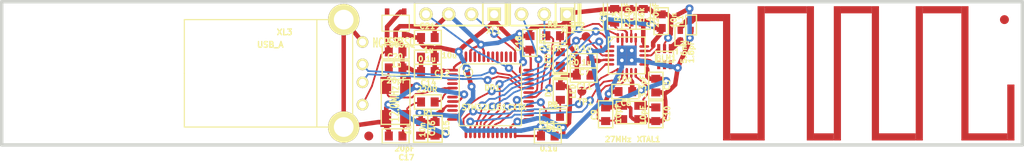
<source format=kicad_pcb>
(kicad_pcb (version 3) (host pcbnew "(2013-07-07 BZR 4022)-stable")

  (general
    (links 123)
    (no_connects 19)
    (area 159.809499 172.809499 274.190501 189.190501)
    (thickness 1.6)
    (drawings 10)
    (tracks 906)
    (zones 0)
    (modules 41)
    (nets 31)
  )

  (page A3)
  (layers
    (15 F.Cu signal)
    (0 B.Cu signal)
    (16 B.Adhes user)
    (17 F.Adhes user)
    (18 B.Paste user)
    (19 F.Paste user)
    (20 B.SilkS user)
    (21 F.SilkS user)
    (22 B.Mask user)
    (23 F.Mask user)
    (24 Dwgs.User user)
    (25 Cmts.User user)
    (26 Eco1.User user)
    (27 Eco2.User user)
    (28 Edge.Cuts user)
  )

  (setup
    (last_trace_width 0.2)
    (trace_clearance 0.2)
    (zone_clearance 0.25)
    (zone_45_only yes)
    (trace_min 0.2)
    (segment_width 0.15)
    (edge_width 0.381)
    (via_size 0.9)
    (via_drill 0.4)
    (via_min_size 0.9)
    (via_min_drill 0.3)
    (uvia_size 0.508)
    (uvia_drill 0.127)
    (uvias_allowed no)
    (uvia_min_size 0.508)
    (uvia_min_drill 0.127)
    (pcb_text_width 0.3048)
    (pcb_text_size 1.524 2.032)
    (mod_edge_width 0.2)
    (mod_text_size 1.524 1.524)
    (mod_text_width 0.3048)
    (pad_size 1 1)
    (pad_drill 0)
    (pad_to_mask_clearance 0.1)
    (aux_axis_origin 0 0)
    (visible_elements 7FFFFBFF)
    (pcbplotparams
      (layerselection 283148289)
      (usegerberextensions true)
      (excludeedgelayer true)
      (linewidth 0.150000)
      (plotframeref false)
      (viasonmask false)
      (mode 1)
      (useauxorigin false)
      (hpglpennumber 1)
      (hpglpenspeed 20)
      (hpglpendiameter 15)
      (hpglpenoverlay 2)
      (psnegative false)
      (psa4output false)
      (plotreference true)
      (plotvalue true)
      (plotothertext true)
      (plotinvisibletext false)
      (padsonsilk false)
      (subtractmaskfromsilk false)
      (outputformat 1)
      (mirror false)
      (drillshape 0)
      (scaleselection 1)
      (outputdirectory Gerber))
  )

  (net 0 "")
  (net 1 +3.3V)
  (net 2 +5V)
  (net 3 /CC_CS)
  (net 4 /CC_GDO0)
  (net 5 /CC_GDO2)
  (net 6 /CC_MISO)
  (net 7 /CC_MOSI)
  (net 8 /CC_SCK)
  (net 9 /LED1)
  (net 10 /LED2)
  (net 11 /RF1)
  (net 12 /RF2)
  (net 13 /SWCLK)
  (net 14 /SWDIO)
  (net 15 /UART_RX)
  (net 16 /UART_TX)
  (net 17 /USB_DM)
  (net 18 /USB_DP)
  (net 19 GND)
  (net 20 N-0000022)
  (net 21 N-0000025)
  (net 22 N-0000026)
  (net 23 N-0000028)
  (net 24 N-0000029)
  (net 25 N-0000035)
  (net 26 N-0000036)
  (net 27 N-0000037)
  (net 28 N-0000040)
  (net 29 N-0000043)
  (net 30 N-0000050)

  (net_class Default "This is the default net class."
    (clearance 0.2)
    (trace_width 0.2)
    (via_dia 0.9)
    (via_drill 0.4)
    (uvia_dia 0.508)
    (uvia_drill 0.127)
    (add_net "")
    (add_net +5V)
    (add_net /CC_CS)
    (add_net /CC_GDO0)
    (add_net /CC_GDO2)
    (add_net /CC_MISO)
    (add_net /CC_MOSI)
    (add_net /CC_SCK)
    (add_net /LED1)
    (add_net /LED2)
    (add_net /RF1)
    (add_net /RF2)
    (add_net /SWCLK)
    (add_net /SWDIO)
    (add_net /UART_RX)
    (add_net /UART_TX)
    (add_net /USB_DM)
    (add_net /USB_DP)
    (add_net N-0000022)
    (add_net N-0000025)
    (add_net N-0000026)
    (add_net N-0000028)
    (add_net N-0000029)
    (add_net N-0000035)
    (add_net N-0000036)
    (add_net N-0000037)
    (add_net N-0000040)
    (add_net N-0000043)
    (add_net N-0000050)
  )

  (net_class Wide ""
    (clearance 0.2)
    (trace_width 0.5)
    (via_dia 0.9)
    (via_drill 0.4)
    (uvia_dia 0.508)
    (uvia_drill 0.127)
    (add_net +3.3V)
    (add_net GND)
  )

  (module TESTPOINT_1MM (layer F.Cu) (tedit 52A62D95) (tstamp 526D4B6F)
    (at 225.276 176.8989)
    (path /5265B423)
    (fp_text reference TP2 (at -1 -1.2) (layer F.SilkS)
      (effects (font (size 0.635 0.635) (thickness 0.16002)))
    )
    (fp_text value TESTPOINT (at 0 -0.89916) (layer F.SilkS) hide
      (effects (font (size 0.127 0.127) (thickness 0.00254)))
    )
    (pad 1 smd circle (at 0 0) (size 1.00076 1.524)
      (layers F.Cu F.Paste F.Mask)
      (net 5 /CC_GDO2)
    )
  )

  (module TESTPOINT_1MM (layer F.Cu) (tedit 52A62DB8) (tstamp 526D4B74)
    (at 224.8 183)
    (path /5265B41D)
    (fp_text reference TP1 (at 0.4 1.2) (layer F.SilkS)
      (effects (font (size 0.635 0.635) (thickness 0.16002)))
    )
    (fp_text value TESTPOINT (at 0 -0.89916) (layer F.SilkS) hide
      (effects (font (size 0.127 0.127) (thickness 0.00254)))
    )
    (pad 1 smd circle (at 0 0) (size 1.00076 1.524)
      (layers F.Cu F.Paste F.Mask)
      (net 4 /CC_GDO0)
    )
  )

  (module SOT23-5 (layer F.Cu) (tedit 52A6E568) (tstamp 526D4B81)
    (at 204 175.4)
    (descr SOT23-5)
    (path /54721BD5)
    (attr smd)
    (fp_text reference DA1 (at 0 2.8) (layer F.SilkS) hide
      (effects (font (size 1.00076 0.59944) (thickness 0.14986)))
    )
    (fp_text value NCP583SQ (at -0.2 2.2) (layer F.SilkS)
      (effects (font (size 1.00076 0.59944) (thickness 0.14986)))
    )
    (fp_line (start 1.524 -0.889) (end 1.524 0.889) (layer F.SilkS) (width 0.127))
    (fp_line (start 1.524 0.889) (end -1.524 0.889) (layer F.SilkS) (width 0.127))
    (fp_line (start -1.524 0.889) (end -1.524 -0.889) (layer F.SilkS) (width 0.127))
    (fp_line (start -1.524 -0.889) (end 1.524 -0.889) (layer F.SilkS) (width 0.127))
    (pad 1 smd rect (at -0.9525 1.27) (size 0.508 0.762)
      (layers F.Cu F.Paste F.Mask)
      (net 2 +5V)
    )
    (pad 3 smd rect (at 0.9525 1.27) (size 0.508 0.762)
      (layers F.Cu F.Paste F.Mask)
      (net 1 +3.3V)
    )
    (pad 5 smd rect (at -0.9525 -1.27) (size 0.508 0.762)
      (layers F.Cu F.Paste F.Mask)
    )
    (pad 2 smd rect (at 0 1.27) (size 0.508 0.762)
      (layers F.Cu F.Paste F.Mask)
      (net 19 GND)
    )
    (pad 4 smd rect (at 0.9525 -1.27) (size 0.508 0.762)
      (layers F.Cu F.Paste F.Mask)
      (net 2 +5V)
    )
    (model 3d\sot23-5.wrl
      (at (xyz 0 0 0))
      (scale (xyz 1 1 1))
      (rotate (xyz 0 0 0))
    )
  )

  (module QFN20 (layer F.Cu) (tedit 5276CC6D) (tstamp 526D4C47)
    (at 229.819 179)
    (path /5265B3C7)
    (fp_text reference DD2 (at -5 -7.6) (layer F.SilkS) hide
      (effects (font (size 0.6 0.6) (thickness 0.15)))
    )
    (fp_text value CC1101 (at -4 -6.6) (layer F.SilkS) hide
      (effects (font (size 0.6 0.6) (thickness 0.15)))
    )
    (fp_line (start -2.04978 -1.39954) (end -1.39954 -2.04978) (layer F.SilkS) (width 0.15))
    (fp_line (start -2.04978 -2.04978) (end 2.04978 -2.04978) (layer F.SilkS) (width 0.15))
    (fp_line (start 2.04978 -2.04978) (end 2.04978 2.04978) (layer F.SilkS) (width 0.15))
    (fp_line (start 2.04978 2.04978) (end -2.04978 2.04978) (layer F.SilkS) (width 0.15))
    (fp_line (start -2.04978 2.04978) (end -2.04978 -2.04978) (layer F.SilkS) (width 0.15))
    (pad 1 smd rect (at -1.95 -1) (size 1.1 0.28)
      (layers F.Cu F.Paste F.Mask)
      (net 8 /CC_SCK)
    )
    (pad 2 smd oval (at -1.95 -0.5) (size 1.1 0.28)
      (layers F.Cu F.Paste F.Mask)
      (net 6 /CC_MISO)
    )
    (pad 3 smd oval (at -1.95 0) (size 1.1 0.28)
      (layers F.Cu F.Paste F.Mask)
      (net 5 /CC_GDO2)
    )
    (pad 4 smd oval (at -1.95 0.5) (size 1.1 0.28)
      (layers F.Cu F.Paste F.Mask)
      (net 1 +3.3V)
    )
    (pad 5 smd oval (at -1.95 1) (size 1.1 0.28)
      (layers F.Cu F.Paste F.Mask)
      (net 28 N-0000040)
    )
    (pad 6 smd oval (at -1 1.95 90) (size 1.1 0.28)
      (layers F.Cu F.Paste F.Mask)
      (net 4 /CC_GDO0)
    )
    (pad 7 smd oval (at -0.5 1.95 90) (size 1.1 0.28)
      (layers F.Cu F.Paste F.Mask)
      (net 3 /CC_CS)
    )
    (pad 8 smd oval (at 0 1.95 90) (size 1.1 0.28)
      (layers F.Cu F.Paste F.Mask)
      (net 30 N-0000050)
    )
    (pad 9 smd oval (at 0.5 1.95 90) (size 1.1 0.28)
      (layers F.Cu F.Paste F.Mask)
      (net 1 +3.3V)
    )
    (pad 10 smd oval (at 1 1.95 90) (size 1.1 0.28)
      (layers F.Cu F.Paste F.Mask)
      (net 29 N-0000043)
    )
    (pad 11 smd oval (at 1.95 1 180) (size 1.1 0.28)
      (layers F.Cu F.Paste F.Mask)
      (net 1 +3.3V)
    )
    (pad 12 smd oval (at 1.95 0.5 180) (size 1.1 0.28)
      (layers F.Cu F.Paste F.Mask)
      (net 11 /RF1)
    )
    (pad 13 smd oval (at 1.95 0 180) (size 1.1 0.28)
      (layers F.Cu F.Paste F.Mask)
      (net 12 /RF2)
    )
    (pad 14 smd oval (at 1.95 -0.5 180) (size 1.1 0.28)
      (layers F.Cu F.Paste F.Mask)
      (net 1 +3.3V)
    )
    (pad 15 smd oval (at 1.95 -1 180) (size 1.1 0.28)
      (layers F.Cu F.Paste F.Mask)
      (net 1 +3.3V)
    )
    (pad 16 smd oval (at 1 -1.95 90) (size 1.1 0.28)
      (layers F.Cu F.Paste F.Mask)
      (net 19 GND)
    )
    (pad 17 smd oval (at 0.5 -1.95 90) (size 1.1 0.28)
      (layers F.Cu F.Paste F.Mask)
      (net 21 N-0000025)
    )
    (pad 18 smd oval (at 0 -1.95 90) (size 1.1 0.28)
      (layers F.Cu F.Paste F.Mask)
      (net 1 +3.3V)
    )
    (pad 19 smd oval (at -0.5 -1.95 90) (size 1.1 0.28)
      (layers F.Cu F.Paste F.Mask)
      (net 19 GND)
    )
    (pad 20 smd oval (at -1 -1.95 90) (size 1.1 0.28)
      (layers F.Cu F.Paste F.Mask)
      (net 7 /CC_MOSI)
    )
    (pad PAD thru_hole rect (at -0.55 -0.55) (size 1.1 1.1) (drill 0.4)
      (layers *.Cu F.Mask)
      (net 19 GND)
    )
    (pad PAD thru_hole rect (at 0.55 -0.55) (size 1.1 1.1) (drill 0.4)
      (layers *.Cu F.Mask)
      (net 19 GND)
    )
    (pad PAD thru_hole rect (at -0.55 0.55) (size 1.1 1.1) (drill 0.4)
      (layers *.Cu F.Mask)
      (net 19 GND)
    )
    (pad PAD thru_hole rect (at 0.55 0.55) (size 1.1 1.1) (drill 0.4)
      (layers *.Cu F.Mask)
      (net 19 GND)
    )
    (model 3d\qfn20.wrl
      (at (xyz 0 0 0))
      (scale (xyz 1 1 1))
      (rotate (xyz 0 0 90))
    )
  )

  (module IND_0402 (layer F.Cu) (tedit 52A6E4BB) (tstamp 526D4CA7)
    (at 235.8 176.8 270)
    (path /52665AF6)
    (attr smd)
    (fp_text reference L1 (at -1.8 0 270) (layer F.SilkS)
      (effects (font (size 0.6 0.6) (thickness 0.15)))
    )
    (fp_text value 5.6nH (at 1.8 -0.4 270) (layer F.SilkS)
      (effects (font (size 0.6 0.6) (thickness 0.15)))
    )
    (fp_line (start 0 -0.6) (end 1.1 -0.6) (layer F.SilkS) (width 0.15))
    (fp_line (start 1.1 -0.6) (end 1.1 0.6) (layer F.SilkS) (width 0.15))
    (fp_line (start 1.1 0.6) (end -1.1 0.6) (layer F.SilkS) (width 0.15))
    (fp_line (start -1.1 0.6) (end -1.1 -0.6) (layer F.SilkS) (width 0.15))
    (fp_line (start -1.1 -0.6) (end 0 -0.6) (layer F.SilkS) (width 0.15))
    (pad 1 smd rect (at -0.5 0 270) (size 0.6 0.6)
      (layers F.Cu F.Paste F.Mask)
      (net 20 N-0000022)
    )
    (pad 2 smd rect (at 0.5 0 270) (size 0.6 0.6)
      (layers F.Cu F.Paste F.Mask)
      (net 22 N-0000026)
    )
    (model 3d\r_0402.wrl
      (at (xyz 0 0 0))
      (scale (xyz 1 1 1))
      (rotate (xyz 0 0 0))
    )
  )

  (module CRYSTAL_03225C4 (layer F.Cu) (tedit 52A62DA8) (tstamp 526D4CC6)
    (at 230.2596 185.3712)
    (path /5265B349)
    (attr smd)
    (fp_text reference XTAL1 (at 2 3) (layer F.SilkS)
      (effects (font (size 0.59944 0.59944) (thickness 0.14986)))
    )
    (fp_text value 27MHz (at -1.4 3) (layer F.SilkS)
      (effects (font (size 0.59944 0.59944) (thickness 0.14986)))
    )
    (fp_line (start 1.6002 -1.24968) (end 1.6002 1.24968) (layer F.SilkS) (width 0.14986))
    (fp_line (start 1.6002 1.24968) (end -1.6002 1.24968) (layer F.SilkS) (width 0.14986))
    (fp_line (start -1.6002 1.24968) (end -1.6002 -1.24968) (layer F.SilkS) (width 0.14986))
    (fp_line (start -1.6002 -1.24968) (end 1.6002 -1.24968) (layer F.SilkS) (width 0.14986))
    (pad 1 smd rect (at -1.1 0.8) (size 1.4 1)
      (layers F.Cu F.Paste F.Mask)
      (net 30 N-0000050)
    )
    (pad H smd rect (at 1.1 0.8) (size 1.4 1)
      (layers F.Cu F.Paste F.Mask)
      (net 19 GND)
    )
    (pad 2 smd rect (at 1.1 -0.8) (size 1.4 1)
      (layers F.Cu F.Paste F.Mask)
      (net 29 N-0000043)
    )
    (pad H smd rect (at -1.1 -0.8) (size 1.4 1)
      (layers F.Cu F.Paste F.Mask)
      (net 19 GND)
    )
    (model D:/Electronix/KiCADLibs/Wings/Crystal_kx-13.wrl
      (at (xyz 0 0 0))
      (scale (xyz 0.38 0.38 0.38))
      (rotate (xyz 0 0 0))
    )
  )

  (module CAP_0402 (layer F.Cu) (tedit 5276CC58) (tstamp 526D4DB0)
    (at 237 175.6 270)
    (path /5265B45F)
    (attr smd)
    (fp_text reference C2 (at -3.4 0 270) (layer F.SilkS) hide
      (effects (font (size 0.6 0.6) (thickness 0.15)))
    )
    (fp_text value 1.8pF (at 3 0 270) (layer F.SilkS)
      (effects (font (size 0.6 0.6) (thickness 0.15)))
    )
    (fp_line (start 0 -0.6) (end 1.1 -0.6) (layer F.SilkS) (width 0.15))
    (fp_line (start 1.1 -0.6) (end 1.1 0.6) (layer F.SilkS) (width 0.15))
    (fp_line (start 1.1 0.6) (end -1.1 0.6) (layer F.SilkS) (width 0.15))
    (fp_line (start -1.1 0.6) (end -1.1 -0.6) (layer F.SilkS) (width 0.15))
    (fp_line (start -1.1 -0.6) (end 0 -0.6) (layer F.SilkS) (width 0.15))
    (pad 1 smd rect (at -0.5 0 270) (size 0.6 0.6)
      (layers F.Cu F.Paste F.Mask)
      (net 20 N-0000022)
    )
    (pad 2 smd rect (at 0.5 0 270) (size 0.6 0.6)
      (layers F.Cu F.Paste F.Mask)
      (net 19 GND)
    )
    (model 3d\c_0402.wrl
      (at (xyz 0 0 0))
      (scale (xyz 1 1 1))
      (rotate (xyz 0 0 0))
    )
  )

  (module BALUN_JOHANSON868 (layer F.Cu) (tedit 5276CC9A) (tstamp 526D4DE0)
    (at 234.0348 179.1378)
    (path /526657F6)
    (fp_text reference BLN1 (at 0.169 0.14) (layer F.SilkS)
      (effects (font (size 0.6 0.6) (thickness 0.15)))
    )
    (fp_text value 0896BM15A0001 (at -1.631 -8.26) (layer F.SilkS) hide
      (effects (font (size 0.6 0.6) (thickness 0.15)))
    )
    (fp_line (start 1.2 -0.7) (end 1.4 -0.9) (layer F.SilkS) (width 0.15))
    (fp_line (start 1.4 -0.9) (end 1.4 -0.3) (layer F.SilkS) (width 0.15))
    (fp_line (start -1 -0.6) (end 1 -0.6) (layer F.SilkS) (width 0.15))
    (fp_line (start 1 -0.6) (end 1 0.6) (layer F.SilkS) (width 0.15))
    (fp_line (start 1 0.6) (end -1 0.6) (layer F.SilkS) (width 0.15))
    (fp_line (start -1 0.6) (end -1 -0.6) (layer F.SilkS) (width 0.15))
    (pad 1 smd rect (at 0.65 -0.9) (size 0.35 1)
      (layers F.Cu F.Paste F.Mask)
      (net 22 N-0000026)
    )
    (pad 2 smd rect (at 0 -0.9) (size 0.35 1)
      (layers F.Cu F.Paste F.Mask)
      (net 19 GND)
    )
    (pad 3 smd rect (at -0.65 -0.9) (size 0.35 1)
      (layers F.Cu F.Paste F.Mask)
      (net 12 /RF2)
    )
    (pad 4 smd rect (at -0.65 0.9) (size 0.35 1)
      (layers F.Cu F.Paste F.Mask)
      (net 11 /RF1)
    )
    (pad 5 smd rect (at 0 0.9) (size 0.35 1)
      (layers F.Cu F.Paste F.Mask)
      (net 19 GND)
    )
    (pad 6 smd rect (at 0.65 0.9) (size 0.35 1)
      (layers F.Cu F.Paste F.Mask)
      (net 19 GND)
    )
  )

  (module ANT_MEANDER868_16MM (layer F.Cu) (tedit 52715269) (tstamp 526D4BAF)
    (at 237.6 181)
    (descr "Meander 868 for 16x36x1.5mm")
    (path /527152AC)
    (fp_text reference ANT1 (at 0.87 1.73 90) (layer F.SilkS) hide
      (effects (font (size 0.6 0.6) (thickness 0.15)))
    )
    (fp_text value ANT_PCB_MONO (at 1.98 3.18 90) (layer F.SilkS) hide
      (effects (font (size 0.6 0.6) (thickness 0.15)))
    )
    (pad 1 smd rect (at 1.484 -6.226) (size 2.968 0.8)
      (layers F.Cu)
      (net 20 N-0000022)
    )
    (pad 1 smd rect (at 5.297 7.1) (size 3.058 0.8)
      (layers F.Cu)
      (net 20 N-0000022)
    )
    (pad 1 smd rect (at 9.9755 -7.1) (size 4.699 0.8)
      (layers F.Cu)
      (net 20 N-0000022)
    )
    (pad 1 smd rect (at 14.233 7.1) (size 2.216 0.8)
      (layers F.Cu)
      (net 20 N-0000022)
    )
    (pad 1 smd rect (at 17.865 -7.1) (size 3.448 0.8)
      (layers F.Cu)
      (net 20 N-0000022)
    )
    (pad 1 smd rect (at 22.4395 7.1) (size 4.101 0.8)
      (layers F.Cu)
      (net 20 N-0000022)
    )
    (pad 1 smd rect (at 27.438 -7.1) (size 4.296 0.8)
      (layers F.Cu)
      (net 20 N-0000022)
    )
    (pad 1 smd rect (at 3.368 0.437) (size 0.8 14.126)
      (layers F.Cu)
      (net 20 N-0000022)
    )
    (pad 1 smd rect (at 7.226 0) (size 0.8 15)
      (layers F.Cu)
      (net 20 N-0000022)
    )
    (pad 1 smd rect (at 12.725 0) (size 0.8 15)
      (layers F.Cu)
      (net 20 N-0000022)
    )
    (pad 1 smd rect (at 15.741 0) (size 0.8 15)
      (layers F.Cu)
      (net 20 N-0000022)
    )
    (pad 1 smd rect (at 19.989 0) (size 0.8 15)
      (layers F.Cu)
      (net 20 N-0000022)
    )
    (pad 1 smd rect (at 24.89 0) (size 0.8 15)
      (layers F.Cu)
      (net 20 N-0000022)
    )
    (pad 1 smd rect (at 29.986 0) (size 0.8 15)
      (layers F.Cu)
      (net 20 N-0000022)
    )
    (pad 1 smd rect (at 35.116 4.376) (size 0.8 6.248)
      (layers F.Cu)
      (net 20 N-0000022)
    )
    (pad 1 smd rect (at 32.551 7.1) (size 4.33 0.8)
      (layers F.Cu)
      (net 20 N-0000022)
    )
  )

  (module CAP_0603 (layer F.Cu) (tedit 52A6E595) (tstamp 526D4CEB)
    (at 207.6 179.2 180)
    (path /525CF18D)
    (attr smd)
    (fp_text reference C12 (at -1.6 -1.8 180) (layer F.SilkS)
      (effects (font (size 0.6 0.6) (thickness 0.15)))
    )
    (fp_text value 10u (at -2.4 0.2 180) (layer F.SilkS)
      (effects (font (size 0.6 0.6) (thickness 0.15)))
    )
    (fp_line (start -1.5 0) (end -1.5 -0.8) (layer F.SilkS) (width 0.15))
    (fp_line (start -1.5 -0.8) (end 1.5 -0.8) (layer F.SilkS) (width 0.15))
    (fp_line (start 1.5 -0.8) (end 1.5 0.8) (layer F.SilkS) (width 0.15))
    (fp_line (start 1.5 0.8) (end -1.5 0.8) (layer F.SilkS) (width 0.15))
    (fp_line (start -1.5 0.8) (end -1.5 0) (layer F.SilkS) (width 0.15))
    (pad 1 smd rect (at -0.762 0 180) (size 0.889 1.016)
      (layers F.Cu F.Paste F.Mask)
      (net 1 +3.3V)
    )
    (pad 2 smd rect (at 0.762 0 180) (size 0.889 1.016)
      (layers F.Cu F.Paste F.Mask)
      (net 19 GND)
    )
    (model 3d\c_0603.wrl
      (at (xyz 0 0 0))
      (scale (xyz 1 1 1))
      (rotate (xyz 0 0 0))
    )
  )

  (module CAP_0603 (layer F.Cu) (tedit 52A6E4F8) (tstamp 526D5749)
    (at 204 188 180)
    (path /5472120D)
    (attr smd)
    (fp_text reference C17 (at -1.2 -2.4 180) (layer F.SilkS)
      (effects (font (size 0.6 0.6) (thickness 0.15)))
    )
    (fp_text value 20pF (at -1 -1.4 180) (layer F.SilkS)
      (effects (font (size 0.6 0.6) (thickness 0.15)))
    )
    (fp_line (start -1.5 0) (end -1.5 -0.8) (layer F.SilkS) (width 0.15))
    (fp_line (start -1.5 -0.8) (end 1.5 -0.8) (layer F.SilkS) (width 0.15))
    (fp_line (start 1.5 -0.8) (end 1.5 0.8) (layer F.SilkS) (width 0.15))
    (fp_line (start 1.5 0.8) (end -1.5 0.8) (layer F.SilkS) (width 0.15))
    (fp_line (start -1.5 0.8) (end -1.5 0) (layer F.SilkS) (width 0.15))
    (pad 1 smd rect (at -0.762 0 180) (size 0.889 1.016)
      (layers F.Cu F.Paste F.Mask)
      (net 25 N-0000035)
    )
    (pad 2 smd rect (at 0.762 0 180) (size 0.889 1.016)
      (layers F.Cu F.Paste F.Mask)
      (net 19 GND)
    )
    (model 3d\c_0603.wrl
      (at (xyz 0 0 0))
      (scale (xyz 1 1 1))
      (rotate (xyz 0 0 0))
    )
  )

  (module LQFP48 (layer F.Cu) (tedit 52A62F25) (tstamp 526D4C81)
    (at 214.6 183.4)
    (path /52A19E0D)
    (fp_text reference DD1 (at 0.2 -0.8) (layer F.SilkS)
      (effects (font (size 0.59944 0.59944) (thickness 0.14986)))
    )
    (fp_text value STM32L151CXTX (at 0.4 1.4) (layer F.SilkS)
      (effects (font (size 0.59944 0.59944) (thickness 0.14986)))
    )
    (fp_line (start 3.39852 3.44932) (end -3.50012 3.44932) (layer F.SilkS) (width 0.127))
    (fp_line (start -3.50012 3.44932) (end -3.50012 -2.99974) (layer F.SilkS) (width 0.127))
    (fp_line (start -3.44932 -2.99974) (end -2.99974 -3.44932) (layer F.SilkS) (width 0.127))
    (fp_line (start -2.99974 -3.44932) (end 3.44932 -3.44932) (layer F.SilkS) (width 0.127))
    (fp_line (start 3.44932 -3.44932) (end 3.44932 3.40106) (layer F.SilkS) (width 0.127))
    (fp_circle (center -2.49936 -2.49936) (end -1.99898 -2.49936) (layer F.SilkS) (width 0.127))
    (pad 1 smd rect (at -4.24942 -2.75082) (size 1.19888 0.29972)
      (layers F.Cu F.Paste F.Mask)
      (net 1 +3.3V)
    )
    (pad 2 smd oval (at -4.24942 -2.25298) (size 1.19888 0.29972)
      (layers F.Cu F.Paste F.Mask)
    )
    (pad 3 smd oval (at -4.24942 -1.7526) (size 1.19888 0.29972)
      (layers F.Cu F.Paste F.Mask)
    )
    (pad 4 smd oval (at -4.24942 -1.25222) (size 1.19888 0.29972)
      (layers F.Cu F.Paste F.Mask)
    )
    (pad 5 smd oval (at -4.24942 -0.75184) (size 1.19888 0.29972)
      (layers F.Cu F.Paste F.Mask)
      (net 27 N-0000037)
    )
    (pad 6 smd oval (at -4.24942 -0.25146) (size 1.19888 0.29972)
      (layers F.Cu F.Paste F.Mask)
      (net 26 N-0000036)
    )
    (pad 7 smd oval (at -4.24942 0.24892) (size 1.19888 0.29972)
      (layers F.Cu F.Paste F.Mask)
    )
    (pad 8 smd oval (at -4.24942 0.7493) (size 1.19888 0.29972)
      (layers F.Cu F.Paste F.Mask)
      (net 19 GND)
    )
    (pad 9 smd oval (at -4.24942 1.24714) (size 1.19888 0.29972)
      (layers F.Cu F.Paste F.Mask)
      (net 1 +3.3V)
    )
    (pad 10 smd oval (at -4.24942 1.74752) (size 1.19888 0.29972)
      (layers F.Cu F.Paste F.Mask)
    )
    (pad 11 smd oval (at -4.24942 2.2479) (size 1.19888 0.29972)
      (layers F.Cu F.Paste F.Mask)
    )
    (pad 12 smd oval (at -4.25196 2.74828) (size 1.19888 0.29972)
      (layers F.Cu F.Paste F.Mask)
      (net 5 /CC_GDO2)
    )
    (pad 13 smd oval (at -2.74574 4.24942 90) (size 1.19888 0.29972)
      (layers F.Cu F.Paste F.Mask)
      (net 4 /CC_GDO0)
    )
    (pad 14 smd oval (at -2.2479 4.24942 90) (size 1.19888 0.29972)
      (layers F.Cu F.Paste F.Mask)
      (net 3 /CC_CS)
    )
    (pad 15 smd oval (at -1.74752 4.24942 90) (size 1.19888 0.29972)
      (layers F.Cu F.Paste F.Mask)
      (net 8 /CC_SCK)
    )
    (pad 16 smd oval (at -1.24714 4.24942 90) (size 1.19888 0.29972)
      (layers F.Cu F.Paste F.Mask)
      (net 6 /CC_MISO)
    )
    (pad 17 smd oval (at -0.74676 4.24942 90) (size 1.19888 0.29972)
      (layers F.Cu F.Paste F.Mask)
      (net 7 /CC_MOSI)
    )
    (pad 18 smd oval (at -0.24638 4.24942 90) (size 1.19888 0.29972)
      (layers F.Cu F.Paste F.Mask)
      (net 9 /LED1)
    )
    (pad 19 smd oval (at 0.254 4.24942 90) (size 1.19888 0.29972)
      (layers F.Cu F.Paste F.Mask)
      (net 10 /LED2)
    )
    (pad 20 smd oval (at 0.75184 4.24942 90) (size 1.19888 0.29972)
      (layers F.Cu F.Paste F.Mask)
    )
    (pad 21 smd oval (at 1.25222 4.24942 90) (size 1.19888 0.29972)
      (layers F.Cu F.Paste F.Mask)
    )
    (pad 22 smd oval (at 1.7526 4.24942 90) (size 1.19888 0.29972)
      (layers F.Cu F.Paste F.Mask)
    )
    (pad 23 smd oval (at 2.25044 4.24942 90) (size 1.19888 0.29972)
      (layers F.Cu F.Paste F.Mask)
      (net 19 GND)
    )
    (pad 24 smd oval (at 2.75082 4.24942 90) (size 1.19888 0.29972)
      (layers F.Cu F.Paste F.Mask)
      (net 1 +3.3V)
    )
    (pad 25 smd oval (at 4.25196 2.75082) (size 1.19888 0.29972)
      (layers F.Cu F.Paste F.Mask)
    )
    (pad 26 smd oval (at 4.25196 2.25044) (size 1.19888 0.29972)
      (layers F.Cu F.Paste F.Mask)
    )
    (pad 27 smd oval (at 4.25196 1.75006) (size 1.19888 0.29972)
      (layers F.Cu F.Paste F.Mask)
    )
    (pad 28 smd oval (at 4.25196 1.24968) (size 1.19888 0.29972)
      (layers F.Cu F.Paste F.Mask)
    )
    (pad 29 smd oval (at 4.25196 0.7493) (size 1.19888 0.29972)
      (layers F.Cu F.Paste F.Mask)
    )
    (pad 30 smd oval (at 4.25196 0.24892) (size 1.19888 0.29972)
      (layers F.Cu F.Paste F.Mask)
      (net 16 /UART_TX)
    )
    (pad 31 smd oval (at 4.25196 -0.25146) (size 1.19888 0.29972)
      (layers F.Cu F.Paste F.Mask)
      (net 15 /UART_RX)
    )
    (pad 32 smd oval (at 4.25196 -0.7493) (size 1.19888 0.29972)
      (layers F.Cu F.Paste F.Mask)
      (net 17 /USB_DM)
    )
    (pad 33 smd oval (at 4.25196 -1.24968) (size 1.19888 0.29972)
      (layers F.Cu F.Paste F.Mask)
      (net 18 /USB_DP)
    )
    (pad 34 smd oval (at 4.25196 -1.75006) (size 1.19888 0.29972)
      (layers F.Cu F.Paste F.Mask)
      (net 14 /SWDIO)
    )
    (pad 35 smd oval (at 4.25196 -2.25044) (size 1.19888 0.29972)
      (layers F.Cu F.Paste F.Mask)
      (net 19 GND)
    )
    (pad 36 smd oval (at 4.25196 -2.75082) (size 1.19888 0.29972)
      (layers F.Cu F.Paste F.Mask)
      (net 1 +3.3V)
    )
    (pad 37 smd oval (at 2.75082 -4.24942 90) (size 1.19888 0.29972)
      (layers F.Cu F.Paste F.Mask)
      (net 13 /SWCLK)
    )
    (pad 38 smd oval (at 2.25044 -4.24942 90) (size 1.19888 0.29972)
      (layers F.Cu F.Paste F.Mask)
    )
    (pad 39 smd oval (at 1.75006 -4.24942 90) (size 1.19888 0.29972)
      (layers F.Cu F.Paste F.Mask)
    )
    (pad 40 smd oval (at 1.24968 -4.24942 90) (size 1.19888 0.29972)
      (layers F.Cu F.Paste F.Mask)
    )
    (pad 41 smd oval (at 0.7493 -4.24942 90) (size 1.19888 0.29972)
      (layers F.Cu F.Paste F.Mask)
    )
    (pad 42 smd oval (at 0.24892 -4.24942 90) (size 1.19888 0.29972)
      (layers F.Cu F.Paste F.Mask)
    )
    (pad 43 smd oval (at -0.24892 -4.24942 90) (size 1.19888 0.29972)
      (layers F.Cu F.Paste F.Mask)
    )
    (pad 44 smd oval (at -0.7493 -4.24942 90) (size 1.19888 0.29972)
      (layers F.Cu F.Paste F.Mask)
      (net 19 GND)
    )
    (pad 45 smd oval (at -1.24968 -4.24942 90) (size 1.19888 0.29972)
      (layers F.Cu F.Paste F.Mask)
    )
    (pad 46 smd oval (at -1.75006 -4.24942 90) (size 1.19888 0.29972)
      (layers F.Cu F.Paste F.Mask)
    )
    (pad 47 smd oval (at -2.25044 -4.24942 90) (size 1.19888 0.29972)
      (layers F.Cu F.Paste F.Mask)
      (net 19 GND)
    )
    (pad 48 smd oval (at -2.75082 -4.24942 90) (size 1.19888 0.29972)
      (layers F.Cu F.Paste F.Mask)
      (net 1 +3.3V)
    )
    (model 3d\lqfp-48.wrl
      (at (xyz 0 0 0))
      (scale (xyz 1 1 1))
      (rotate (xyz 0 0 90))
    )
  )

  (module REF_POINT_1MM (layer F.Cu) (tedit 52BFD85F) (tstamp 52BFD8CE)
    (at 272 175)
    (path /5149B6EB)
    (fp_text reference RP2 (at 0 -1.6002) (layer F.SilkS) hide
      (effects (font (size 0.59944 0.59944) (thickness 0.14986)))
    )
    (fp_text value REFPOINT (at 0 1.80086) (layer F.SilkS) hide
      (effects (font (size 0.59944 0.59944) (thickness 0.14986)))
    )
    (pad REF smd circle (at 0 0) (size 1 1)
      (layers F.Cu F.Mask)
      (solder_mask_margin 1.5)
    )
  )

  (module REF_POINT_1MM (layer F.Cu) (tedit 52BFD85F) (tstamp 52BFD8D3)
    (at 201 188)
    (path /5149B6E8)
    (fp_text reference RP1 (at 0 -1.6002) (layer F.SilkS) hide
      (effects (font (size 0.59944 0.59944) (thickness 0.14986)))
    )
    (fp_text value REFPOINT (at 0 1.80086) (layer F.SilkS) hide
      (effects (font (size 0.59944 0.59944) (thickness 0.14986)))
    )
    (pad REF smd circle (at 0 0) (size 1 1)
      (layers F.Cu F.Mask)
      (solder_mask_margin 1.5)
    )
  )

  (module CRYSTAL_0503x4-4 (layer F.Cu) (tedit 4ECE10D4) (tstamp 547206E3)
    (at 204 184.2 270)
    (path /54721213)
    (attr smd)
    (fp_text reference XTAL2 (at 0 -2.54 270) (layer F.SilkS) hide
      (effects (font (size 0.635 0.635) (thickness 0.14986)))
    )
    (fp_text value 12.0MHz (at 0.22098 0.11938 270) (layer F.SilkS)
      (effects (font (size 1.00076 0.635) (thickness 0.14986)))
    )
    (fp_line (start -2.49936 1.34874) (end -2.25044 1.6002) (layer F.SilkS) (width 0.14986))
    (fp_line (start 2.49936 -1.6002) (end 2.49936 1.6002) (layer F.SilkS) (width 0.14986))
    (fp_line (start 2.49936 1.6002) (end -2.49936 1.6002) (layer F.SilkS) (width 0.14986))
    (fp_line (start -2.49936 1.6002) (end -2.49936 -1.6002) (layer F.SilkS) (width 0.14986))
    (fp_line (start -2.49936 -1.6002) (end 2.49936 -1.6002) (layer F.SilkS) (width 0.14986))
    (pad 1 smd rect (at -1.84912 1.09982 270) (size 1.89992 1.19888)
      (layers F.Cu F.Paste F.Mask)
      (net 27 N-0000037)
    )
    (pad H smd rect (at 1.84912 1.09982 270) (size 1.89992 1.19888)
      (layers F.Cu F.Paste F.Mask)
      (net 19 GND)
    )
    (pad 2 smd rect (at 1.84912 -1.09982 270) (size 1.89992 1.19888)
      (layers F.Cu F.Paste F.Mask)
      (net 25 N-0000035)
    )
    (pad H smd rect (at -1.84912 -1.09982 270) (size 1.89992 1.19888)
      (layers F.Cu F.Paste F.Mask)
      (net 19 GND)
    )
    (model D:/Electronix/KiCADLibs/Wings/Crystal_kx-13.wrl
      (at (xyz 0 0 0))
      (scale (xyz 0.38 0.38 0.38))
      (rotate (xyz 0 0 0))
    )
  )

  (module CAP_0603 (layer F.Cu) (tedit 518CEBE1) (tstamp 547206EE)
    (at 204 180.4)
    (path /547211FB)
    (attr smd)
    (fp_text reference C20 (at -0.0635 -1.27) (layer F.SilkS)
      (effects (font (size 0.6 0.6) (thickness 0.15)))
    )
    (fp_text value 20pF (at 0.09906 1.39954) (layer F.SilkS)
      (effects (font (size 0.6 0.6) (thickness 0.15)))
    )
    (fp_line (start -1.5 0) (end -1.5 -0.8) (layer F.SilkS) (width 0.15))
    (fp_line (start -1.5 -0.8) (end 1.5 -0.8) (layer F.SilkS) (width 0.15))
    (fp_line (start 1.5 -0.8) (end 1.5 0.8) (layer F.SilkS) (width 0.15))
    (fp_line (start 1.5 0.8) (end -1.5 0.8) (layer F.SilkS) (width 0.15))
    (fp_line (start -1.5 0.8) (end -1.5 0) (layer F.SilkS) (width 0.15))
    (pad 1 smd rect (at -0.762 0) (size 0.889 1.016)
      (layers F.Cu F.Paste F.Mask)
      (net 27 N-0000037)
    )
    (pad 2 smd rect (at 0.762 0) (size 0.889 1.016)
      (layers F.Cu F.Paste F.Mask)
      (net 19 GND)
    )
    (model 3d\c_0603.wrl
      (at (xyz 0 0 0))
      (scale (xyz 1 1 1))
      (rotate (xyz 0 0 0))
    )
  )

  (module CAP_0603 (layer F.Cu) (tedit 518CEBE1) (tstamp 547206F9)
    (at 204 178.6)
    (path /54721C00)
    (attr smd)
    (fp_text reference C19 (at -0.0635 -1.27) (layer F.SilkS)
      (effects (font (size 0.6 0.6) (thickness 0.15)))
    )
    (fp_text value 1u (at 0.09906 1.39954) (layer F.SilkS)
      (effects (font (size 0.6 0.6) (thickness 0.15)))
    )
    (fp_line (start -1.5 0) (end -1.5 -0.8) (layer F.SilkS) (width 0.15))
    (fp_line (start -1.5 -0.8) (end 1.5 -0.8) (layer F.SilkS) (width 0.15))
    (fp_line (start 1.5 -0.8) (end 1.5 0.8) (layer F.SilkS) (width 0.15))
    (fp_line (start 1.5 0.8) (end -1.5 0.8) (layer F.SilkS) (width 0.15))
    (fp_line (start -1.5 0.8) (end -1.5 0) (layer F.SilkS) (width 0.15))
    (pad 1 smd rect (at -0.762 0) (size 0.889 1.016)
      (layers F.Cu F.Paste F.Mask)
      (net 2 +5V)
    )
    (pad 2 smd rect (at 0.762 0) (size 0.889 1.016)
      (layers F.Cu F.Paste F.Mask)
      (net 19 GND)
    )
    (model 3d\c_0603.wrl
      (at (xyz 0 0 0))
      (scale (xyz 1 1 1))
      (rotate (xyz 0 0 0))
    )
  )

  (module CONN_PLS-4 (layer F.Cu) (tedit 534570C7) (tstamp 526D4B99)
    (at 211.2 174.4 180)
    (descr "Single-line connector 4-pin")
    (path /51499E97)
    (fp_text reference XL1 (at -3.74904 -1.84912 180) (layer F.SilkS)
      (effects (font (size 0.6 0.6) (thickness 0.15)))
    )
    (fp_text value ST_SWD (at 3.59918 -1.84912 180) (layer F.SilkS) hide
      (effects (font (size 0.635 0.635) (thickness 0.16002)))
    )
    (fp_line (start -5.08 1.27) (end -5.334 1.27) (layer F.SilkS) (width 0.2))
    (fp_line (start -5.334 1.27) (end -5.334 -1.27) (layer F.SilkS) (width 0.2))
    (fp_line (start -5.334 -1.27) (end -5.08 -1.27) (layer F.SilkS) (width 0.2))
    (fp_line (start -5.08 -1.27) (end -5.207 -1.27) (layer F.SilkS) (width 0.2))
    (fp_line (start -5.207 -1.27) (end -5.207 1.27) (layer F.SilkS) (width 0.2))
    (fp_line (start -2.54 -1.27) (end -2.54 1.27) (layer F.SilkS) (width 0.2))
    (fp_line (start -5.08 -1.27) (end 5.08 -1.27) (layer F.SilkS) (width 0.2))
    (fp_line (start 5.08 -1.27) (end 5.08 1.27) (layer F.SilkS) (width 0.2))
    (fp_line (start 5.08 1.27) (end -5.08 1.27) (layer F.SilkS) (width 0.2))
    (fp_line (start -5.08 1.27) (end -5.08 -1.27) (layer F.SilkS) (width 0.2))
    (pad 1 thru_hole rect (at -3.81 0 180) (size 1.5 1.5) (drill 0.9)
      (layers *.Cu *.Mask F.SilkS)
      (net 1 +3.3V)
    )
    (pad 2 thru_hole circle (at -1.27 0 180) (size 1.5 1.5) (drill 0.9)
      (layers *.Cu *.Mask F.SilkS)
      (net 13 /SWCLK)
    )
    (pad 3 thru_hole circle (at 1.27 0 180) (size 1.5 1.5) (drill 0.9)
      (layers *.Cu *.Mask F.SilkS)
      (net 19 GND)
    )
    (pad 4 thru_hole circle (at 3.81 0 180) (size 1.5 1.5) (drill 0.9)
      (layers *.Cu *.Mask F.SilkS)
      (net 14 /SWDIO)
    )
  )

  (module CONN_PLS-3 (layer F.Cu) (tedit 53456F27) (tstamp 526D4BA4)
    (at 220.6 174.4 180)
    (descr "Single-line connector 3-pin")
    (path /526728AC)
    (fp_text reference XL2 (at -2.667 -1.778 180) (layer F.SilkS)
      (effects (font (size 0.6 0.6) (thickness 0.15)))
    )
    (fp_text value CONN_3 (at 2.54 -1.778 180) (layer F.SilkS) hide
      (effects (font (size 0.635 0.635) (thickness 0.16002)))
    )
    (fp_line (start -3.937 1.27) (end -3.81 1.27) (layer F.SilkS) (width 0.2))
    (fp_line (start -3.81 -1.27) (end -4.064 -1.27) (layer F.SilkS) (width 0.2))
    (fp_line (start -4.064 -1.27) (end -4.064 1.27) (layer F.SilkS) (width 0.2))
    (fp_line (start -4.064 1.27) (end -3.937 1.27) (layer F.SilkS) (width 0.2))
    (fp_line (start -3.937 1.27) (end -3.937 -1.143) (layer F.SilkS) (width 0.2))
    (fp_line (start 3.81 1.27) (end -3.81 1.27) (layer F.SilkS) (width 0.2))
    (fp_line (start -3.81 -1.27) (end 3.81 -1.27) (layer F.SilkS) (width 0.2))
    (fp_line (start -1.27 -1.27) (end -1.27 1.27) (layer F.SilkS) (width 0.2))
    (fp_line (start 3.81 -1.27) (end 3.81 1.27) (layer F.SilkS) (width 0.2))
    (fp_line (start -3.81 1.27) (end -3.81 -1.27) (layer F.SilkS) (width 0.2))
    (pad 1 thru_hole rect (at -2.54 0 180) (size 1.5 1.5) (drill 0.9)
      (layers *.Cu *.Mask F.SilkS)
      (net 19 GND)
    )
    (pad 2 thru_hole circle (at 0 0 180) (size 1.5 1.5) (drill 0.9)
      (layers *.Cu *.Mask F.SilkS)
      (net 16 /UART_TX)
    )
    (pad 3 thru_hole circle (at 2.54 0 180) (size 1.5 1.5) (drill 0.9)
      (layers *.Cu *.Mask F.SilkS)
      (net 15 /UART_RX)
    )
  )

  (module RES_0603 (layer F.Cu) (tedit 518CEC2B) (tstamp 526D4BD0)
    (at 230.0596 174.5712 90)
    (path /5265B441)
    (attr smd)
    (fp_text reference R2 (at -0.0635 -1.27 90) (layer F.SilkS)
      (effects (font (size 0.6 0.6) (thickness 0.15)))
    )
    (fp_text value 56k (at 0.09906 1.39954 90) (layer F.SilkS)
      (effects (font (size 0.6 0.6) (thickness 0.15)))
    )
    (fp_line (start -1.5 0) (end -1.5 -0.8) (layer F.SilkS) (width 0.15))
    (fp_line (start -1.5 -0.8) (end 1.5 -0.8) (layer F.SilkS) (width 0.15))
    (fp_line (start 1.5 -0.8) (end 1.5 0.8) (layer F.SilkS) (width 0.15))
    (fp_line (start 1.5 0.8) (end -1.5 0.8) (layer F.SilkS) (width 0.15))
    (fp_line (start -1.5 0.8) (end -1.5 0) (layer F.SilkS) (width 0.15))
    (pad 1 smd rect (at -0.762 0 90) (size 0.889 1.016)
      (layers F.Cu F.Paste F.Mask)
      (net 21 N-0000025)
    )
    (pad 2 smd rect (at 0.762 0 90) (size 0.889 1.016)
      (layers F.Cu F.Paste F.Mask)
      (net 19 GND)
    )
    (model 3d\r_0603.wrl
      (at (xyz 0 0 0))
      (scale (xyz 1 1 1))
      (rotate (xyz 0 0 0))
    )
  )

  (module RES_0603 (layer F.Cu) (tedit 518CEC2B) (tstamp 526D4BDB)
    (at 221.6 176.8)
    (path /5266DE50)
    (attr smd)
    (fp_text reference R9 (at -0.0635 -1.27) (layer F.SilkS)
      (effects (font (size 0.6 0.6) (thickness 0.15)))
    )
    (fp_text value 51R (at 0.09906 1.39954) (layer F.SilkS)
      (effects (font (size 0.6 0.6) (thickness 0.15)))
    )
    (fp_line (start -1.5 0) (end -1.5 -0.8) (layer F.SilkS) (width 0.15))
    (fp_line (start -1.5 -0.8) (end 1.5 -0.8) (layer F.SilkS) (width 0.15))
    (fp_line (start 1.5 -0.8) (end 1.5 0.8) (layer F.SilkS) (width 0.15))
    (fp_line (start 1.5 0.8) (end -1.5 0.8) (layer F.SilkS) (width 0.15))
    (fp_line (start -1.5 0.8) (end -1.5 0) (layer F.SilkS) (width 0.15))
    (pad 1 smd rect (at -0.762 0) (size 0.889 1.016)
      (layers F.Cu F.Paste F.Mask)
      (net 10 /LED2)
    )
    (pad 2 smd rect (at 0.762 0) (size 0.889 1.016)
      (layers F.Cu F.Paste F.Mask)
      (net 23 N-0000028)
    )
    (model 3d\r_0603.wrl
      (at (xyz 0 0 0))
      (scale (xyz 1 1 1))
      (rotate (xyz 0 0 0))
    )
  )

  (module RES_0603 (layer F.Cu) (tedit 518CEC2B) (tstamp 526D4BE6)
    (at 221.6 185.8)
    (path /5266DE56)
    (attr smd)
    (fp_text reference R8 (at -0.0635 -1.27) (layer F.SilkS)
      (effects (font (size 0.6 0.6) (thickness 0.15)))
    )
    (fp_text value 51R (at 0.09906 1.39954) (layer F.SilkS)
      (effects (font (size 0.6 0.6) (thickness 0.15)))
    )
    (fp_line (start -1.5 0) (end -1.5 -0.8) (layer F.SilkS) (width 0.15))
    (fp_line (start -1.5 -0.8) (end 1.5 -0.8) (layer F.SilkS) (width 0.15))
    (fp_line (start 1.5 -0.8) (end 1.5 0.8) (layer F.SilkS) (width 0.15))
    (fp_line (start 1.5 0.8) (end -1.5 0.8) (layer F.SilkS) (width 0.15))
    (fp_line (start -1.5 0.8) (end -1.5 0) (layer F.SilkS) (width 0.15))
    (pad 1 smd rect (at -0.762 0) (size 0.889 1.016)
      (layers F.Cu F.Paste F.Mask)
      (net 9 /LED1)
    )
    (pad 2 smd rect (at 0.762 0) (size 0.889 1.016)
      (layers F.Cu F.Paste F.Mask)
      (net 24 N-0000029)
    )
    (model 3d\r_0603.wrl
      (at (xyz 0 0 0))
      (scale (xyz 1 1 1))
      (rotate (xyz 0 0 0))
    )
  )

  (module RES_0603 (layer F.Cu) (tedit 518CEC2B) (tstamp 52A6C4D1)
    (at 207.6 184.2 180)
    (path /547211EF)
    (attr smd)
    (fp_text reference R1 (at -0.0635 -1.27 180) (layer F.SilkS)
      (effects (font (size 0.6 0.6) (thickness 0.15)))
    )
    (fp_text value 220R (at 0.09906 1.39954 180) (layer F.SilkS)
      (effects (font (size 0.6 0.6) (thickness 0.15)))
    )
    (fp_line (start -1.5 0) (end -1.5 -0.8) (layer F.SilkS) (width 0.15))
    (fp_line (start -1.5 -0.8) (end 1.5 -0.8) (layer F.SilkS) (width 0.15))
    (fp_line (start 1.5 -0.8) (end 1.5 0.8) (layer F.SilkS) (width 0.15))
    (fp_line (start 1.5 0.8) (end -1.5 0.8) (layer F.SilkS) (width 0.15))
    (fp_line (start -1.5 0.8) (end -1.5 0) (layer F.SilkS) (width 0.15))
    (pad 1 smd rect (at -0.762 0 180) (size 0.889 1.016)
      (layers F.Cu F.Paste F.Mask)
      (net 26 N-0000036)
    )
    (pad 2 smd rect (at 0.762 0 180) (size 0.889 1.016)
      (layers F.Cu F.Paste F.Mask)
      (net 25 N-0000035)
    )
    (model 3d\r_0603.wrl
      (at (xyz 0 0 0))
      (scale (xyz 1 1 1))
      (rotate (xyz 0 0 0))
    )
  )

  (module LED0603 (layer F.Cu) (tedit 518CF9EF) (tstamp 526D4CBA)
    (at 222.4 179.4 270)
    (path /54721D7D)
    (attr smd)
    (fp_text reference D2 (at 0.127 -1.3335 270) (layer F.SilkS)
      (effects (font (size 0.6 0.6) (thickness 0.15)))
    )
    (fp_text value LED (at 0.2 1.4 270) (layer F.SilkS)
      (effects (font (size 0.6 0.6) (thickness 0.15)))
    )
    (fp_line (start 1.5 -0.8) (end 1.65 -0.8) (layer F.SilkS) (width 0.15))
    (fp_line (start 1.65 -0.8) (end 1.65 0.8) (layer F.SilkS) (width 0.15))
    (fp_line (start 1.65 0.8) (end 1.5 0.8) (layer F.SilkS) (width 0.15))
    (fp_line (start 1.5 0.8) (end 1.75 0.8) (layer F.SilkS) (width 0.15))
    (fp_line (start 1.75 0.8) (end 1.75 -0.8) (layer F.SilkS) (width 0.15))
    (fp_line (start 1.75 -0.8) (end 1.65 -0.8) (layer F.SilkS) (width 0.15))
    (fp_line (start -1.5 0) (end -1.5 -0.8) (layer F.SilkS) (width 0.15))
    (fp_line (start -1.5 -0.8) (end 1.5 -0.8) (layer F.SilkS) (width 0.15))
    (fp_line (start 1.5 -0.8) (end 1.5 0.8) (layer F.SilkS) (width 0.15))
    (fp_line (start 1.5 0.8) (end -1.5 0.8) (layer F.SilkS) (width 0.15))
    (fp_line (start -1.5 0.8) (end -1.5 -0.1) (layer F.SilkS) (width 0.15))
    (pad A smd rect (at -0.762 0 270) (size 0.889 1.016)
      (layers F.Cu F.Paste F.Mask)
      (net 23 N-0000028)
    )
    (pad C smd rect (at 0.762 0 270) (size 0.889 1.016)
      (layers F.Cu F.Paste F.Mask)
      (net 19 GND)
    )
    (model smd/chip_cms.wrl
      (at (xyz 0 0 0))
      (scale (xyz 0.1 0.1 0.1))
      (rotate (xyz 0 0 0))
    )
  )

  (module CAP_0603 (layer F.Cu) (tedit 518CEBE1) (tstamp 526D4D16)
    (at 225 179.6 180)
    (path /5265B3E7)
    (attr smd)
    (fp_text reference C7 (at -0.0635 -1.27 180) (layer F.SilkS)
      (effects (font (size 0.6 0.6) (thickness 0.15)))
    )
    (fp_text value 0.1u (at 0.09906 1.39954 180) (layer F.SilkS)
      (effects (font (size 0.6 0.6) (thickness 0.15)))
    )
    (fp_line (start -1.5 0) (end -1.5 -0.8) (layer F.SilkS) (width 0.15))
    (fp_line (start -1.5 -0.8) (end 1.5 -0.8) (layer F.SilkS) (width 0.15))
    (fp_line (start 1.5 -0.8) (end 1.5 0.8) (layer F.SilkS) (width 0.15))
    (fp_line (start 1.5 0.8) (end -1.5 0.8) (layer F.SilkS) (width 0.15))
    (fp_line (start -1.5 0.8) (end -1.5 0) (layer F.SilkS) (width 0.15))
    (pad 1 smd rect (at -0.762 0 180) (size 0.889 1.016)
      (layers F.Cu F.Paste F.Mask)
      (net 1 +3.3V)
    )
    (pad 2 smd rect (at 0.762 0 180) (size 0.889 1.016)
      (layers F.Cu F.Paste F.Mask)
      (net 19 GND)
    )
    (model 3d\c_0603.wrl
      (at (xyz 0 0 0))
      (scale (xyz 1 1 1))
      (rotate (xyz 0 0 0))
    )
  )

  (module CAP_0603 (layer F.Cu) (tedit 518CEBE1) (tstamp 526D4D21)
    (at 221 188)
    (path /5149A42D)
    (attr smd)
    (fp_text reference C13 (at -0.0635 -1.27) (layer F.SilkS)
      (effects (font (size 0.6 0.6) (thickness 0.15)))
    )
    (fp_text value 0.1u (at 0.09906 1.39954) (layer F.SilkS)
      (effects (font (size 0.6 0.6) (thickness 0.15)))
    )
    (fp_line (start -1.5 0) (end -1.5 -0.8) (layer F.SilkS) (width 0.15))
    (fp_line (start -1.5 -0.8) (end 1.5 -0.8) (layer F.SilkS) (width 0.15))
    (fp_line (start 1.5 -0.8) (end 1.5 0.8) (layer F.SilkS) (width 0.15))
    (fp_line (start 1.5 0.8) (end -1.5 0.8) (layer F.SilkS) (width 0.15))
    (fp_line (start -1.5 0.8) (end -1.5 0) (layer F.SilkS) (width 0.15))
    (pad 1 smd rect (at -0.762 0) (size 0.889 1.016)
      (layers F.Cu F.Paste F.Mask)
      (net 1 +3.3V)
    )
    (pad 2 smd rect (at 0.762 0) (size 0.889 1.016)
      (layers F.Cu F.Paste F.Mask)
      (net 19 GND)
    )
    (model 3d\c_0603.wrl
      (at (xyz 0 0 0))
      (scale (xyz 1 1 1))
      (rotate (xyz 0 0 0))
    )
  )

  (module CAP_0603 (layer F.Cu) (tedit 518CEBE1) (tstamp 526D4D2C)
    (at 207.6 180.8 180)
    (path /5149A385)
    (attr smd)
    (fp_text reference C14 (at -0.0635 -1.27 180) (layer F.SilkS)
      (effects (font (size 0.6 0.6) (thickness 0.15)))
    )
    (fp_text value 0.1u (at 0.09906 1.39954 180) (layer F.SilkS)
      (effects (font (size 0.6 0.6) (thickness 0.15)))
    )
    (fp_line (start -1.5 0) (end -1.5 -0.8) (layer F.SilkS) (width 0.15))
    (fp_line (start -1.5 -0.8) (end 1.5 -0.8) (layer F.SilkS) (width 0.15))
    (fp_line (start 1.5 -0.8) (end 1.5 0.8) (layer F.SilkS) (width 0.15))
    (fp_line (start 1.5 0.8) (end -1.5 0.8) (layer F.SilkS) (width 0.15))
    (fp_line (start -1.5 0.8) (end -1.5 0) (layer F.SilkS) (width 0.15))
    (pad 1 smd rect (at -0.762 0 180) (size 0.889 1.016)
      (layers F.Cu F.Paste F.Mask)
      (net 1 +3.3V)
    )
    (pad 2 smd rect (at 0.762 0 180) (size 0.889 1.016)
      (layers F.Cu F.Paste F.Mask)
      (net 19 GND)
    )
    (model 3d\c_0603.wrl
      (at (xyz 0 0 0))
      (scale (xyz 1 1 1))
      (rotate (xyz 0 0 0))
    )
  )

  (module CAP_0603 (layer F.Cu) (tedit 518CEBE1) (tstamp 526D4D37)
    (at 206.8 187.2 270)
    (path /5149A370)
    (attr smd)
    (fp_text reference C16 (at -0.0635 -1.27 270) (layer F.SilkS)
      (effects (font (size 0.6 0.6) (thickness 0.15)))
    )
    (fp_text value 1u (at 0.09906 1.39954 270) (layer F.SilkS)
      (effects (font (size 0.6 0.6) (thickness 0.15)))
    )
    (fp_line (start -1.5 0) (end -1.5 -0.8) (layer F.SilkS) (width 0.15))
    (fp_line (start -1.5 -0.8) (end 1.5 -0.8) (layer F.SilkS) (width 0.15))
    (fp_line (start 1.5 -0.8) (end 1.5 0.8) (layer F.SilkS) (width 0.15))
    (fp_line (start 1.5 0.8) (end -1.5 0.8) (layer F.SilkS) (width 0.15))
    (fp_line (start -1.5 0.8) (end -1.5 0) (layer F.SilkS) (width 0.15))
    (pad 1 smd rect (at -0.762 0 270) (size 0.889 1.016)
      (layers F.Cu F.Paste F.Mask)
      (net 1 +3.3V)
    )
    (pad 2 smd rect (at 0.762 0 270) (size 0.889 1.016)
      (layers F.Cu F.Paste F.Mask)
      (net 19 GND)
    )
    (model 3d\c_0603.wrl
      (at (xyz 0 0 0))
      (scale (xyz 1 1 1))
      (rotate (xyz 0 0 0))
    )
  )

  (module CAP_0603 (layer F.Cu) (tedit 518CEBE1) (tstamp 526D4D42)
    (at 208.4 187.2 270)
    (path /5149A36D)
    (attr smd)
    (fp_text reference C15 (at -0.0635 -1.27 270) (layer F.SilkS)
      (effects (font (size 0.6 0.6) (thickness 0.15)))
    )
    (fp_text value 10n (at 0.09906 1.39954 270) (layer F.SilkS)
      (effects (font (size 0.6 0.6) (thickness 0.15)))
    )
    (fp_line (start -1.5 0) (end -1.5 -0.8) (layer F.SilkS) (width 0.15))
    (fp_line (start -1.5 -0.8) (end 1.5 -0.8) (layer F.SilkS) (width 0.15))
    (fp_line (start 1.5 -0.8) (end 1.5 0.8) (layer F.SilkS) (width 0.15))
    (fp_line (start 1.5 0.8) (end -1.5 0.8) (layer F.SilkS) (width 0.15))
    (fp_line (start -1.5 0.8) (end -1.5 0) (layer F.SilkS) (width 0.15))
    (pad 1 smd rect (at -0.762 0 270) (size 0.889 1.016)
      (layers F.Cu F.Paste F.Mask)
      (net 1 +3.3V)
    )
    (pad 2 smd rect (at 0.762 0 270) (size 0.889 1.016)
      (layers F.Cu F.Paste F.Mask)
      (net 19 GND)
    )
    (model 3d\c_0603.wrl
      (at (xyz 0 0 0))
      (scale (xyz 1 1 1))
      (rotate (xyz 0 0 0))
    )
  )

  (module CAP_0603 (layer F.Cu) (tedit 518CEBE1) (tstamp 526D4D4D)
    (at 233.0596 185.5712 270)
    (path /5265B34F)
    (attr smd)
    (fp_text reference C10 (at -0.0635 -1.27 270) (layer F.SilkS)
      (effects (font (size 0.6 0.6) (thickness 0.15)))
    )
    (fp_text value 10pF (at 0.09906 1.39954 270) (layer F.SilkS)
      (effects (font (size 0.6 0.6) (thickness 0.15)))
    )
    (fp_line (start -1.5 0) (end -1.5 -0.8) (layer F.SilkS) (width 0.15))
    (fp_line (start -1.5 -0.8) (end 1.5 -0.8) (layer F.SilkS) (width 0.15))
    (fp_line (start 1.5 -0.8) (end 1.5 0.8) (layer F.SilkS) (width 0.15))
    (fp_line (start 1.5 0.8) (end -1.5 0.8) (layer F.SilkS) (width 0.15))
    (fp_line (start -1.5 0.8) (end -1.5 0) (layer F.SilkS) (width 0.15))
    (pad 1 smd rect (at -0.762 0 270) (size 0.889 1.016)
      (layers F.Cu F.Paste F.Mask)
      (net 29 N-0000043)
    )
    (pad 2 smd rect (at 0.762 0 270) (size 0.889 1.016)
      (layers F.Cu F.Paste F.Mask)
      (net 19 GND)
    )
    (model 3d\c_0603.wrl
      (at (xyz 0 0 0))
      (scale (xyz 1 1 1))
      (rotate (xyz 0 0 0))
    )
  )

  (module CAP_0603 (layer F.Cu) (tedit 518CEBE1) (tstamp 526D4D58)
    (at 227.4596 185.5712 90)
    (path /5265B361)
    (attr smd)
    (fp_text reference C9 (at -0.0635 -1.27 90) (layer F.SilkS)
      (effects (font (size 0.6 0.6) (thickness 0.15)))
    )
    (fp_text value 10pF (at 0.09906 1.39954 90) (layer F.SilkS)
      (effects (font (size 0.6 0.6) (thickness 0.15)))
    )
    (fp_line (start -1.5 0) (end -1.5 -0.8) (layer F.SilkS) (width 0.15))
    (fp_line (start -1.5 -0.8) (end 1.5 -0.8) (layer F.SilkS) (width 0.15))
    (fp_line (start 1.5 -0.8) (end 1.5 0.8) (layer F.SilkS) (width 0.15))
    (fp_line (start 1.5 0.8) (end -1.5 0.8) (layer F.SilkS) (width 0.15))
    (fp_line (start -1.5 0.8) (end -1.5 0) (layer F.SilkS) (width 0.15))
    (pad 1 smd rect (at -0.762 0 90) (size 0.889 1.016)
      (layers F.Cu F.Paste F.Mask)
      (net 30 N-0000050)
    )
    (pad 2 smd rect (at 0.762 0 90) (size 0.889 1.016)
      (layers F.Cu F.Paste F.Mask)
      (net 19 GND)
    )
    (model 3d\c_0603.wrl
      (at (xyz 0 0 0))
      (scale (xyz 1 1 1))
      (rotate (xyz 0 0 0))
    )
  )

  (module CAP_0603 (layer F.Cu) (tedit 518CEBE1) (tstamp 526D4D63)
    (at 228.4596 174.5712 90)
    (path /5265B3D5)
    (attr smd)
    (fp_text reference C8 (at -0.0635 -1.27 90) (layer F.SilkS)
      (effects (font (size 0.6 0.6) (thickness 0.15)))
    )
    (fp_text value 220pF (at 0.09906 1.39954 90) (layer F.SilkS)
      (effects (font (size 0.6 0.6) (thickness 0.15)))
    )
    (fp_line (start -1.5 0) (end -1.5 -0.8) (layer F.SilkS) (width 0.15))
    (fp_line (start -1.5 -0.8) (end 1.5 -0.8) (layer F.SilkS) (width 0.15))
    (fp_line (start 1.5 -0.8) (end 1.5 0.8) (layer F.SilkS) (width 0.15))
    (fp_line (start 1.5 0.8) (end -1.5 0.8) (layer F.SilkS) (width 0.15))
    (fp_line (start -1.5 0.8) (end -1.5 0) (layer F.SilkS) (width 0.15))
    (pad 1 smd rect (at -0.762 0 90) (size 0.889 1.016)
      (layers F.Cu F.Paste F.Mask)
      (net 1 +3.3V)
    )
    (pad 2 smd rect (at 0.762 0 90) (size 0.889 1.016)
      (layers F.Cu F.Paste F.Mask)
      (net 19 GND)
    )
    (model 3d\c_0603.wrl
      (at (xyz 0 0 0))
      (scale (xyz 1 1 1))
      (rotate (xyz 0 0 0))
    )
  )

  (module CAP_0603 (layer F.Cu) (tedit 518CEBE1) (tstamp 526D4D6E)
    (at 229.6596 183.0433 180)
    (path /5265B3E1)
    (attr smd)
    (fp_text reference C6 (at -0.0635 -1.27 180) (layer F.SilkS)
      (effects (font (size 0.6 0.6) (thickness 0.15)))
    )
    (fp_text value 10n (at 0.09906 1.39954 180) (layer F.SilkS)
      (effects (font (size 0.6 0.6) (thickness 0.15)))
    )
    (fp_line (start -1.5 0) (end -1.5 -0.8) (layer F.SilkS) (width 0.15))
    (fp_line (start -1.5 -0.8) (end 1.5 -0.8) (layer F.SilkS) (width 0.15))
    (fp_line (start 1.5 -0.8) (end 1.5 0.8) (layer F.SilkS) (width 0.15))
    (fp_line (start 1.5 0.8) (end -1.5 0.8) (layer F.SilkS) (width 0.15))
    (fp_line (start -1.5 0.8) (end -1.5 0) (layer F.SilkS) (width 0.15))
    (pad 1 smd rect (at -0.762 0 180) (size 0.889 1.016)
      (layers F.Cu F.Paste F.Mask)
      (net 1 +3.3V)
    )
    (pad 2 smd rect (at 0.762 0 180) (size 0.889 1.016)
      (layers F.Cu F.Paste F.Mask)
      (net 19 GND)
    )
    (model 3d\c_0603.wrl
      (at (xyz 0 0 0))
      (scale (xyz 1 1 1))
      (rotate (xyz 0 0 0))
    )
  )

  (module CAP_0603 (layer F.Cu) (tedit 518CEBE1) (tstamp 526D4D79)
    (at 207.6 177)
    (path /54721C06)
    (attr smd)
    (fp_text reference C21 (at -0.0635 -1.27) (layer F.SilkS)
      (effects (font (size 0.6 0.6) (thickness 0.15)))
    )
    (fp_text value 1u (at 0.09906 1.39954) (layer F.SilkS)
      (effects (font (size 0.6 0.6) (thickness 0.15)))
    )
    (fp_line (start -1.5 0) (end -1.5 -0.8) (layer F.SilkS) (width 0.15))
    (fp_line (start -1.5 -0.8) (end 1.5 -0.8) (layer F.SilkS) (width 0.15))
    (fp_line (start 1.5 -0.8) (end 1.5 0.8) (layer F.SilkS) (width 0.15))
    (fp_line (start 1.5 0.8) (end -1.5 0.8) (layer F.SilkS) (width 0.15))
    (fp_line (start -1.5 0.8) (end -1.5 0) (layer F.SilkS) (width 0.15))
    (pad 1 smd rect (at -0.762 0) (size 0.889 1.016)
      (layers F.Cu F.Paste F.Mask)
      (net 1 +3.3V)
    )
    (pad 2 smd rect (at 0.762 0) (size 0.889 1.016)
      (layers F.Cu F.Paste F.Mask)
      (net 19 GND)
    )
    (model 3d\c_0603.wrl
      (at (xyz 0 0 0))
      (scale (xyz 1 1 1))
      (rotate (xyz 0 0 0))
    )
  )

  (module CAP_0603 (layer F.Cu) (tedit 518CEBE1) (tstamp 526D4D84)
    (at 233.0596 182.3712 270)
    (path /5265B3F9)
    (attr smd)
    (fp_text reference C5 (at -0.0635 -1.27 270) (layer F.SilkS)
      (effects (font (size 0.6 0.6) (thickness 0.15)))
    )
    (fp_text value 3.3pF (at 0.09906 1.39954 270) (layer F.SilkS)
      (effects (font (size 0.6 0.6) (thickness 0.15)))
    )
    (fp_line (start -1.5 0) (end -1.5 -0.8) (layer F.SilkS) (width 0.15))
    (fp_line (start -1.5 -0.8) (end 1.5 -0.8) (layer F.SilkS) (width 0.15))
    (fp_line (start 1.5 -0.8) (end 1.5 0.8) (layer F.SilkS) (width 0.15))
    (fp_line (start 1.5 0.8) (end -1.5 0.8) (layer F.SilkS) (width 0.15))
    (fp_line (start -1.5 0.8) (end -1.5 0) (layer F.SilkS) (width 0.15))
    (pad 1 smd rect (at -0.762 0 270) (size 0.889 1.016)
      (layers F.Cu F.Paste F.Mask)
      (net 1 +3.3V)
    )
    (pad 2 smd rect (at 0.762 0 270) (size 0.889 1.016)
      (layers F.Cu F.Paste F.Mask)
      (net 19 GND)
    )
    (model 3d\c_0603.wrl
      (at (xyz 0 0 0))
      (scale (xyz 1 1 1))
      (rotate (xyz 0 0 0))
    )
  )

  (module CAP_0603 (layer F.Cu) (tedit 518CEBE1) (tstamp 526D4D8F)
    (at 233.6596 175.1712 90)
    (path /5265B3FF)
    (attr smd)
    (fp_text reference C4 (at -0.0635 -1.27 90) (layer F.SilkS)
      (effects (font (size 0.6 0.6) (thickness 0.15)))
    )
    (fp_text value 10n (at 0.09906 1.39954 90) (layer F.SilkS)
      (effects (font (size 0.6 0.6) (thickness 0.15)))
    )
    (fp_line (start -1.5 0) (end -1.5 -0.8) (layer F.SilkS) (width 0.15))
    (fp_line (start -1.5 -0.8) (end 1.5 -0.8) (layer F.SilkS) (width 0.15))
    (fp_line (start 1.5 -0.8) (end 1.5 0.8) (layer F.SilkS) (width 0.15))
    (fp_line (start 1.5 0.8) (end -1.5 0.8) (layer F.SilkS) (width 0.15))
    (fp_line (start -1.5 0.8) (end -1.5 0) (layer F.SilkS) (width 0.15))
    (pad 1 smd rect (at -0.762 0 90) (size 0.889 1.016)
      (layers F.Cu F.Paste F.Mask)
      (net 1 +3.3V)
    )
    (pad 2 smd rect (at 0.762 0 90) (size 0.889 1.016)
      (layers F.Cu F.Paste F.Mask)
      (net 19 GND)
    )
    (model 3d\c_0603.wrl
      (at (xyz 0 0 0))
      (scale (xyz 1 1 1))
      (rotate (xyz 0 0 0))
    )
  )

  (module CAP_0603 (layer F.Cu) (tedit 518CEBE1) (tstamp 526D4D9A)
    (at 231.6596 174.5712 90)
    (path /5265B411)
    (attr smd)
    (fp_text reference C3 (at -0.0635 -1.27 90) (layer F.SilkS)
      (effects (font (size 0.6 0.6) (thickness 0.15)))
    )
    (fp_text value 220pF (at 0.09906 1.39954 90) (layer F.SilkS)
      (effects (font (size 0.6 0.6) (thickness 0.15)))
    )
    (fp_line (start -1.5 0) (end -1.5 -0.8) (layer F.SilkS) (width 0.15))
    (fp_line (start -1.5 -0.8) (end 1.5 -0.8) (layer F.SilkS) (width 0.15))
    (fp_line (start 1.5 -0.8) (end 1.5 0.8) (layer F.SilkS) (width 0.15))
    (fp_line (start 1.5 0.8) (end -1.5 0.8) (layer F.SilkS) (width 0.15))
    (fp_line (start -1.5 0.8) (end -1.5 0) (layer F.SilkS) (width 0.15))
    (pad 1 smd rect (at -0.762 0 90) (size 0.889 1.016)
      (layers F.Cu F.Paste F.Mask)
      (net 1 +3.3V)
    )
    (pad 2 smd rect (at 0.762 0 90) (size 0.889 1.016)
      (layers F.Cu F.Paste F.Mask)
      (net 19 GND)
    )
    (model 3d\c_0603.wrl
      (at (xyz 0 0 0))
      (scale (xyz 1 1 1))
      (rotate (xyz 0 0 0))
    )
  )

  (module CAP_0603 (layer F.Cu) (tedit 518CEBE1) (tstamp 526D4DA5)
    (at 225 181.2 180)
    (path /5265B43B)
    (attr smd)
    (fp_text reference C11 (at -0.0635 -1.27 180) (layer F.SilkS)
      (effects (font (size 0.6 0.6) (thickness 0.15)))
    )
    (fp_text value 0.1u (at 0.09906 1.39954 180) (layer F.SilkS)
      (effects (font (size 0.6 0.6) (thickness 0.15)))
    )
    (fp_line (start -1.5 0) (end -1.5 -0.8) (layer F.SilkS) (width 0.15))
    (fp_line (start -1.5 -0.8) (end 1.5 -0.8) (layer F.SilkS) (width 0.15))
    (fp_line (start 1.5 -0.8) (end 1.5 0.8) (layer F.SilkS) (width 0.15))
    (fp_line (start 1.5 0.8) (end -1.5 0.8) (layer F.SilkS) (width 0.15))
    (fp_line (start -1.5 0.8) (end -1.5 0) (layer F.SilkS) (width 0.15))
    (pad 1 smd rect (at -0.762 0 180) (size 0.889 1.016)
      (layers F.Cu F.Paste F.Mask)
      (net 28 N-0000040)
    )
    (pad 2 smd rect (at 0.762 0 180) (size 0.889 1.016)
      (layers F.Cu F.Paste F.Mask)
      (net 19 GND)
    )
    (model 3d\c_0603.wrl
      (at (xyz 0 0 0))
      (scale (xyz 1 1 1))
      (rotate (xyz 0 0 0))
    )
  )

  (module CAP_0603 (layer F.Cu) (tedit 518CEBE1) (tstamp 526E30A6)
    (at 219 177.6 90)
    (path /526E3E2B)
    (attr smd)
    (fp_text reference C18 (at -0.0635 -1.27 90) (layer F.SilkS)
      (effects (font (size 0.6 0.6) (thickness 0.15)))
    )
    (fp_text value 0.1u (at 0.09906 1.39954 90) (layer F.SilkS)
      (effects (font (size 0.6 0.6) (thickness 0.15)))
    )
    (fp_line (start -1.5 0) (end -1.5 -0.8) (layer F.SilkS) (width 0.15))
    (fp_line (start -1.5 -0.8) (end 1.5 -0.8) (layer F.SilkS) (width 0.15))
    (fp_line (start 1.5 -0.8) (end 1.5 0.8) (layer F.SilkS) (width 0.15))
    (fp_line (start 1.5 0.8) (end -1.5 0.8) (layer F.SilkS) (width 0.15))
    (fp_line (start -1.5 0.8) (end -1.5 0) (layer F.SilkS) (width 0.15))
    (pad 1 smd rect (at -0.762 0 90) (size 0.889 1.016)
      (layers F.Cu F.Paste F.Mask)
      (net 1 +3.3V)
    )
    (pad 2 smd rect (at 0.762 0 90) (size 0.889 1.016)
      (layers F.Cu F.Paste F.Mask)
      (net 19 GND)
    )
    (model 3d\c_0603.wrl
      (at (xyz 0 0 0))
      (scale (xyz 1 1 1))
      (rotate (xyz 0 0 0))
    )
  )

  (module LED0603 (layer F.Cu) (tedit 518CF9EF) (tstamp 52A1BFA1)
    (at 222.4 183.2 90)
    (path /54721D6E)
    (attr smd)
    (fp_text reference D1 (at 0.127 -1.3335 90) (layer F.SilkS)
      (effects (font (size 0.6 0.6) (thickness 0.15)))
    )
    (fp_text value LED (at 0.2 1.4 90) (layer F.SilkS)
      (effects (font (size 0.6 0.6) (thickness 0.15)))
    )
    (fp_line (start 1.5 -0.8) (end 1.65 -0.8) (layer F.SilkS) (width 0.15))
    (fp_line (start 1.65 -0.8) (end 1.65 0.8) (layer F.SilkS) (width 0.15))
    (fp_line (start 1.65 0.8) (end 1.5 0.8) (layer F.SilkS) (width 0.15))
    (fp_line (start 1.5 0.8) (end 1.75 0.8) (layer F.SilkS) (width 0.15))
    (fp_line (start 1.75 0.8) (end 1.75 -0.8) (layer F.SilkS) (width 0.15))
    (fp_line (start 1.75 -0.8) (end 1.65 -0.8) (layer F.SilkS) (width 0.15))
    (fp_line (start -1.5 0) (end -1.5 -0.8) (layer F.SilkS) (width 0.15))
    (fp_line (start -1.5 -0.8) (end 1.5 -0.8) (layer F.SilkS) (width 0.15))
    (fp_line (start 1.5 -0.8) (end 1.5 0.8) (layer F.SilkS) (width 0.15))
    (fp_line (start 1.5 0.8) (end -1.5 0.8) (layer F.SilkS) (width 0.15))
    (fp_line (start -1.5 0.8) (end -1.5 -0.1) (layer F.SilkS) (width 0.15))
    (pad A smd rect (at -0.762 0 90) (size 0.889 1.016)
      (layers F.Cu F.Paste F.Mask)
      (net 24 N-0000029)
    )
    (pad C smd rect (at 0.762 0 90) (size 0.889 1.016)
      (layers F.Cu F.Paste F.Mask)
      (net 19 GND)
    )
    (model smd/chip_cms.wrl
      (at (xyz 0 0 0))
      (scale (xyz 0.1 0.1 0.1))
      (rotate (xyz 0 0 0))
    )
  )

  (module USB_AM (layer F.Cu) (tedit 4CE13AA3) (tstamp 52A4B756)
    (at 199.2 181)
    (path /54722A91)
    (fp_text reference XL3 (at -7.59968 -4.59994) (layer F.SilkS)
      (effects (font (size 0.635 0.635) (thickness 0.16002)))
    )
    (fp_text value USB_A (at -9.19988 -3.2004) (layer F.SilkS)
      (effects (font (size 0.635 0.635) (thickness 0.16002)))
    )
    (fp_line (start -4.0005 -5.99948) (end -4.0005 5.99948) (layer F.SilkS) (width 0.127))
    (fp_line (start 0 0) (end 0 -5.99948) (layer F.SilkS) (width 0.127))
    (fp_line (start 0 -5.99948) (end -18.80108 -5.99948) (layer F.SilkS) (width 0.127))
    (fp_line (start -18.80108 -5.99948) (end -18.80108 0) (layer F.SilkS) (width 0.127))
    (fp_line (start -18.80108 0) (end -18.80108 5.99948) (layer F.SilkS) (width 0.127))
    (fp_line (start -18.80108 5.99948) (end 0 5.99948) (layer F.SilkS) (width 0.127))
    (fp_line (start 0 5.99948) (end 0 0) (layer F.SilkS) (width 0.127))
    (pad SHLD thru_hole circle (at -1.00076 -5.99948) (size 3.50012 3.50012) (drill 2.19964)
      (layers *.Cu *.Mask F.SilkS)
      (net 19 GND)
    )
    (pad SHLD thru_hole circle (at -1.00076 5.99948) (size 3.50012 3.50012) (drill 2.19964)
      (layers *.Cu *.Mask F.SilkS)
      (net 19 GND)
    )
    (pad 1 thru_hole circle (at 1.09982 3.50012) (size 1.30048 1.30048) (drill 0.8001)
      (layers *.Cu *.Mask F.SilkS)
      (net 2 +5V)
    )
    (pad 2 thru_hole circle (at 1.09982 1.00076) (size 1.30048 1.30048) (drill 0.8001)
      (layers *.Cu *.Mask F.SilkS)
      (net 17 /USB_DM)
    )
    (pad 3 thru_hole circle (at 1.09982 -1.00076) (size 1.30048 1.30048) (drill 0.8001)
      (layers *.Cu *.Mask F.SilkS)
      (net 18 /USB_DP)
    )
    (pad 4 thru_hole circle (at 1.09982 -3.50012) (size 1.30048 1.30048) (drill 0.8001)
      (layers *.Cu *.Mask F.SilkS)
      (net 19 GND)
    )
  )

  (gr_line (start 228.4 174.4) (end 228.2 174.6) (angle 90) (layer F.SilkS) (width 0.15))
  (gr_line (start 228.4 174.4) (end 228.2 174.2) (angle 90) (layer F.SilkS) (width 0.15))
  (gr_line (start 227.2 174.4) (end 228.4 174.4) (angle 90) (layer F.SilkS) (width 0.15))
  (gr_line (start 227.2 176.2) (end 227.2 173.2) (angle 90) (layer F.SilkS) (width 0.15))
  (gr_line (start 224 176.2) (end 227.2 176.2) (angle 90) (layer F.SilkS) (width 0.15))
  (gr_line (start 224 173.2) (end 224 176.2) (angle 90) (layer F.SilkS) (width 0.15))
  (gr_line (start 160 173) (end 274 173) (angle 90) (layer Edge.Cuts) (width 0.381))
  (gr_line (start 160 189) (end 160 173) (angle 90) (layer Edge.Cuts) (width 0.381))
  (gr_line (start 274 189) (end 160 189) (angle 90) (layer Edge.Cuts) (width 0.381))
  (gr_line (start 274 173) (end 274 189) (angle 90) (layer Edge.Cuts) (width 0.381))

  (via (at 231.4235 182.9024) (size 0.9) (layers F.Cu B.Cu) (net 1))
  (via (at 234.2177 181.8538) (size 0.9) (layers F.Cu B.Cu) (net 1))
  (via (at 232.6342 175.5886) (size 0.9) (layers F.Cu B.Cu) (net 1))
  (via (at 225.7468 178.5871) (size 0.9) (layers F.Cu B.Cu) (net 1))
  (via (at 227.3015 174.9047) (size 0.9) (layers F.Cu B.Cu) (net 1))
  (via (at 220.1809 186.96) (size 0.9) (layers F.Cu B.Cu) (net 1))
  (via (at 206.6728 185.3921) (size 0.9) (layers F.Cu B.Cu) (net 1))
  (via (at 212.4796 182.4833) (size 0.9) (layers F.Cu B.Cu) (net 1))
  (via (at 211.9286 180.443) (size 0.9) (layers F.Cu B.Cu) (net 1))
  (via (at 211.0444 178.5732) (size 0.9) (layers F.Cu B.Cu) (net 1))
  (segment (start 227.3015 174.9047) (end 232.6342 175.5886) (width 0.5) (layer B.Cu) (net 1))
  (segment (start 222.2777 188.0582) (end 220.1809 186.96) (width 0.5) (layer B.Cu) (net 1))
  (segment (start 223.1063 188.0582) (end 222.2777 188.0582) (width 0.5) (layer B.Cu) (net 1))
  (segment (start 223.6921 187.4724) (end 223.1063 188.0582) (width 0.5) (layer B.Cu) (net 1))
  (segment (start 226.7007 184.4345) (end 223.6921 187.4724) (width 0.5) (layer B.Cu) (net 1))
  (segment (start 226.9979 184.1229) (end 226.7007 184.4345) (width 0.5) (layer B.Cu) (net 1))
  (segment (start 218.0157 187.3999) (end 220.1809 186.96) (width 0.5) (layer B.Cu) (net 1))
  (segment (start 217.1871 187.3999) (end 218.0157 187.3999) (width 0.5) (layer B.Cu) (net 1))
  (segment (start 211.9239 187.3921) (end 217.1871 187.3999) (width 0.5) (layer B.Cu) (net 1))
  (segment (start 211.3381 186.8063) (end 211.9239 187.3921) (width 0.5) (layer B.Cu) (net 1))
  (segment (start 211.023 185.8358) (end 211.3381 186.8063) (width 0.5) (layer B.Cu) (net 1))
  (segment (start 226.8029 183.7092) (end 226.9979 184.1229) (width 0.5) (layer B.Cu) (net 1))
  (segment (start 225.7468 178.5871) (end 226.8029 183.7092) (width 0.5) (layer B.Cu) (net 1))
  (segment (start 231.4235 182.9024) (end 234.2177 181.8538) (width 0.5) (layer B.Cu) (net 1))
  (segment (start 212.6502 182.9355) (end 212.4796 182.4833) (width 0.5) (layer B.Cu) (net 1))
  (segment (start 212.6502 183.7641) (end 212.6502 182.9355) (width 0.5) (layer B.Cu) (net 1))
  (segment (start 211.6675 184.8427) (end 212.6502 183.7641) (width 0.5) (layer B.Cu) (net 1))
  (segment (start 211.023 185.8358) (end 211.6675 184.8427) (width 0.5) (layer B.Cu) (net 1))
  (segment (start 211.9286 180.443) (end 211.0444 178.5732) (width 0.5) (layer B.Cu) (net 1))
  (segment (start 206.6728 185.3921) (end 211.023 185.8358) (width 0.5) (layer B.Cu) (net 1))
  (segment (start 227.7396 177.0402) (end 227.3015 174.9047) (width 0.5) (layer B.Cu) (net 1))
  (segment (start 227.7396 177.8688) (end 227.7396 177.0402) (width 0.5) (layer B.Cu) (net 1))
  (segment (start 227.1538 178.4546) (end 227.7396 177.8688) (width 0.5) (layer B.Cu) (net 1))
  (segment (start 225.7468 178.5871) (end 227.1538 178.4546) (width 0.5) (layer B.Cu) (net 1))
  (segment (start 228.2173 184.295) (end 231.4235 182.9024) (width 0.5) (layer B.Cu) (net 1))
  (segment (start 227.3887 184.295) (end 228.2173 184.295) (width 0.5) (layer B.Cu) (net 1))
  (segment (start 226.9979 184.1229) (end 227.3887 184.295) (width 0.5) (layer B.Cu) (net 1))
  (segment (start 214.8101 174.9) (end 215.01 174.4) (width 0.5) (layer F.Cu) (net 1))
  (segment (start 214.8101 175.15) (end 214.8101 174.9) (width 0.5) (layer F.Cu) (net 1))
  (segment (start 214.8101 175.3779) (end 214.8101 175.15) (width 0.5) (layer F.Cu) (net 1))
  (segment (start 214.4879 175.7001) (end 214.8101 175.3779) (width 0.5) (layer F.Cu) (net 1))
  (segment (start 211.5593 178.0011) (end 214.4879 175.7001) (width 0.5) (layer F.Cu) (net 1))
  (segment (start 211.1493 178.4111) (end 211.5593 178.0011) (width 0.5) (layer F.Cu) (net 1))
  (segment (start 211.0444 178.5732) (end 211.1493 178.4111) (width 0.5) (layer F.Cu) (net 1))
  (segment (start 227.2519 179.5) (end 226.6566 179.6218) (width 0.25) (layer F.Cu) (net 1))
  (segment (start 227.459 179.5) (end 227.2519 179.5) (width 0.25) (layer F.Cu) (net 1))
  (segment (start 227.869 179.5) (end 227.459 179.5) (width 0.25) (layer F.Cu) (net 1))
  (segment (start 231.6596 175.5277) (end 231.6596 175.3332) (width 0.5) (layer F.Cu) (net 1))
  (segment (start 231.6596 175.7777) (end 231.6596 175.5277) (width 0.5) (layer F.Cu) (net 1))
  (segment (start 231.6596 177.4099) (end 231.6596 175.7777) (width 0.5) (layer F.Cu) (net 1))
  (segment (start 217.3508 188) (end 217.3508 187.6494) (width 0.25) (layer F.Cu) (net 1))
  (segment (start 219.7935 188) (end 217.3508 188) (width 0.25) (layer F.Cu) (net 1))
  (segment (start 219.9185 188) (end 219.7935 188) (width 0.25) (layer F.Cu) (net 1))
  (segment (start 220.238 188) (end 219.9185 188) (width 0.25) (layer F.Cu) (net 1))
  (segment (start 204.9565 176.67) (end 204.9525 176.67) (width 0.5) (layer F.Cu) (net 1))
  (segment (start 205.2065 176.67) (end 204.9565 176.67) (width 0.5) (layer F.Cu) (net 1))
  (segment (start 205.3643 176.67) (end 205.2065 176.67) (width 0.5) (layer F.Cu) (net 1))
  (segment (start 206.1831 177) (end 205.3643 176.67) (width 0.5) (layer F.Cu) (net 1))
  (segment (start 206.3935 177) (end 206.1831 177) (width 0.5) (layer F.Cu) (net 1))
  (segment (start 206.6435 177) (end 206.3935 177) (width 0.5) (layer F.Cu) (net 1))
  (segment (start 206.838 177) (end 206.6435 177) (width 0.5) (layer F.Cu) (net 1))
  (segment (start 232.679 178.2071) (end 232.7691 177.9337) (width 0.2) (layer F.Cu) (net 1))
  (segment (start 232.3861 178.5) (end 232.679 178.2071) (width 0.2) (layer F.Cu) (net 1))
  (segment (start 232.179 178.5) (end 232.3861 178.5) (width 0.2) (layer F.Cu) (net 1))
  (segment (start 231.769 178.5) (end 232.179 178.5) (width 0.2) (layer F.Cu) (net 1))
  (segment (start 219.0956 180.6492) (end 218.852 180.6492) (width 0.25) (layer F.Cu) (net 1))
  (segment (start 219.0956 179.3907) (end 219.0956 180.6492) (width 0.25) (layer F.Cu) (net 1))
  (segment (start 219 178.8065) (end 219.0956 179.3907) (width 0.25) (layer F.Cu) (net 1))
  (segment (start 219 178.6815) (end 219 178.8065) (width 0.25) (layer F.Cu) (net 1))
  (segment (start 219 178.362) (end 219 178.6815) (width 0.25) (layer F.Cu) (net 1))
  (segment (start 218.742 178.362) (end 219 178.362) (width 0.5) (layer F.Cu) (net 1))
  (segment (start 218.492 178.362) (end 218.742 178.362) (width 0.5) (layer F.Cu) (net 1))
  (segment (start 218.3079 178.362) (end 218.492 178.362) (width 0.5) (layer F.Cu) (net 1))
  (segment (start 217.4276 177.5811) (end 218.3079 178.362) (width 0.5) (layer F.Cu) (net 1))
  (segment (start 215.5321 175.7001) (end 217.4276 177.5811) (width 0.5) (layer F.Cu) (net 1))
  (segment (start 215.2099 175.3779) (end 215.5321 175.7001) (width 0.5) (layer F.Cu) (net 1))
  (segment (start 215.2099 175.15) (end 215.2099 175.3779) (width 0.5) (layer F.Cu) (net 1))
  (segment (start 215.2099 174.9) (end 215.2099 175.15) (width 0.5) (layer F.Cu) (net 1))
  (segment (start 215.01 174.4) (end 215.2099 174.9) (width 0.5) (layer F.Cu) (net 1))
  (segment (start 210.5249 180.6243) (end 210.3506 180.6492) (width 0.25) (layer F.Cu) (net 1))
  (segment (start 210.5249 180.4993) (end 210.5249 180.6243) (width 0.25) (layer F.Cu) (net 1))
  (segment (start 210.5249 180.3232) (end 210.5249 180.4993) (width 0.25) (layer F.Cu) (net 1))
  (segment (start 210.7739 180.0742) (end 210.5249 180.3232) (width 0.25) (layer F.Cu) (net 1))
  (segment (start 211.5661 179.5679) (end 210.7739 180.0742) (width 0.25) (layer F.Cu) (net 1))
  (segment (start 211.8492 179.5679) (end 211.5661 179.5679) (width 0.25) (layer F.Cu) (net 1))
  (segment (start 211.8492 179.1506) (end 211.8492 179.5679) (width 0.25) (layer F.Cu) (net 1))
  (segment (start 232.7638 177.9225) (end 232.7691 177.9337) (width 0.5) (layer F.Cu) (net 1))
  (segment (start 232.7638 177.5531) (end 232.7638 177.9225) (width 0.5) (layer F.Cu) (net 1))
  (segment (start 233.5255 176.6563) (end 232.7638 177.5531) (width 0.5) (layer F.Cu) (net 1))
  (segment (start 233.6131 176.5689) (end 233.5255 176.6563) (width 0.5) (layer F.Cu) (net 1))
  (segment (start 233.6596 176.3777) (end 233.6131 176.5689) (width 0.5) (layer F.Cu) (net 1))
  (segment (start 233.6596 176.1277) (end 233.6596 176.3777) (width 0.5) (layer F.Cu) (net 1))
  (segment (start 233.6596 175.9332) (end 233.6596 176.1277) (width 0.5) (layer F.Cu) (net 1))
  (segment (start 225.762 178.9079) (end 225.7468 178.5871) (width 0.5) (layer F.Cu) (net 1))
  (segment (start 225.762 179.092) (end 225.762 178.9079) (width 0.5) (layer F.Cu) (net 1))
  (segment (start 225.762 179.342) (end 225.762 179.092) (width 0.5) (layer F.Cu) (net 1))
  (segment (start 225.762 179.6) (end 225.762 179.342) (width 0.5) (layer F.Cu) (net 1))
  (segment (start 228.4596 175.6777) (end 228.4596 175.3332) (width 0.2) (layer F.Cu) (net 1))
  (segment (start 228.4596 175.7777) (end 228.4596 175.6777) (width 0.2) (layer F.Cu) (net 1))
  (segment (start 228.8328 176.1031) (end 228.4596 175.7777) (width 0.2) (layer F.Cu) (net 1))
  (segment (start 229.0925 176.1031) (end 228.8328 176.1031) (width 0.2) (layer F.Cu) (net 1))
  (segment (start 229.402 176.1389) (end 229.0925 176.1031) (width 0.25) (layer F.Cu) (net 1))
  (segment (start 229.5261 176.14) (end 229.402 176.1389) (width 0.25) (layer F.Cu) (net 1))
  (segment (start 229.819 176.4329) (end 229.5261 176.14) (width 0.25) (layer F.Cu) (net 1))
  (segment (start 229.819 176.64) (end 229.819 176.4329) (width 0.25) (layer F.Cu) (net 1))
  (segment (start 229.819 177.05) (end 229.819 176.64) (width 0.25) (layer F.Cu) (net 1))
  (segment (start 207.058 186.438) (end 206.8 186.438) (width 0.5) (layer F.Cu) (net 1))
  (segment (start 207.308 186.438) (end 207.058 186.438) (width 0.5) (layer F.Cu) (net 1))
  (segment (start 207.892 186.438) (end 207.308 186.438) (width 0.5) (layer F.Cu) (net 1))
  (segment (start 208.142 186.438) (end 207.892 186.438) (width 0.5) (layer F.Cu) (net 1))
  (segment (start 208.4 186.438) (end 208.142 186.438) (width 0.5) (layer F.Cu) (net 1))
  (segment (start 208.362 178.692) (end 208.362 178.2419) (width 0.5) (layer F.Cu) (net 1))
  (segment (start 208.362 178.942) (end 208.362 178.692) (width 0.5) (layer F.Cu) (net 1))
  (segment (start 208.362 179.2) (end 208.362 178.942) (width 0.5) (layer F.Cu) (net 1))
  (segment (start 209.6948 180.6492) (end 209.3011 180.7157) (width 0.25) (layer F.Cu) (net 1))
  (segment (start 209.7512 180.6492) (end 209.6948 180.6492) (width 0.25) (layer F.Cu) (net 1))
  (segment (start 209.8762 180.6492) (end 209.7512 180.6492) (width 0.25) (layer F.Cu) (net 1))
  (segment (start 210.3506 180.6492) (end 209.8762 180.6492) (width 0.25) (layer F.Cu) (net 1))
  (segment (start 230.4216 182.3512) (end 230.4069 181.9554) (width 0.5) (layer F.Cu) (net 1))
  (segment (start 230.4216 182.5353) (end 230.4216 182.3512) (width 0.5) (layer F.Cu) (net 1))
  (segment (start 230.4216 182.7853) (end 230.4216 182.5353) (width 0.5) (layer F.Cu) (net 1))
  (segment (start 230.4216 183.0433) (end 230.4216 182.7853) (width 0.5) (layer F.Cu) (net 1))
  (segment (start 208.5565 180.8) (end 208.362 180.8) (width 0.5) (layer F.Cu) (net 1))
  (segment (start 208.8065 180.8) (end 208.5565 180.8) (width 0.5) (layer F.Cu) (net 1))
  (segment (start 209.0169 180.8) (end 208.8065 180.8) (width 0.5) (layer F.Cu) (net 1))
  (segment (start 209.3011 180.7157) (end 209.0169 180.8) (width 0.5) (layer F.Cu) (net 1))
  (segment (start 232.1071 181.3488) (end 232.1071 180.5901) (width 0.5) (layer F.Cu) (net 1))
  (segment (start 232.3675 181.6092) (end 232.1071 181.3488) (width 0.5) (layer F.Cu) (net 1))
  (segment (start 232.5516 181.6092) (end 232.3675 181.6092) (width 0.5) (layer F.Cu) (net 1))
  (segment (start 232.8016 181.6092) (end 232.5516 181.6092) (width 0.5) (layer F.Cu) (net 1))
  (segment (start 233.0596 181.6092) (end 232.8016 181.6092) (width 0.5) (layer F.Cu) (net 1))
  (segment (start 230.6161 183.0433) (end 230.4216 183.0433) (width 0.5) (layer F.Cu) (net 1))
  (segment (start 230.8661 183.0433) (end 230.6161 183.0433) (width 0.5) (layer F.Cu) (net 1))
  (segment (start 231.0765 183.0433) (end 230.8661 183.0433) (width 0.5) (layer F.Cu) (net 1))
  (segment (start 231.4235 182.9024) (end 231.0765 183.0433) (width 0.5) (layer F.Cu) (net 1))
  (segment (start 212.4796 182.4833) (end 211.9286 180.443) (width 0.5) (layer F.Cu) (net 1))
  (segment (start 230.319 181.5671) (end 230.4069 181.9554) (width 0.2) (layer F.Cu) (net 1))
  (segment (start 230.319 181.36) (end 230.319 181.5671) (width 0.2) (layer F.Cu) (net 1))
  (segment (start 230.319 180.95) (end 230.319 181.36) (width 0.2) (layer F.Cu) (net 1))
  (segment (start 233.4016 175.9332) (end 233.6596 175.9332) (width 0.5) (layer F.Cu) (net 1))
  (segment (start 233.1516 175.9332) (end 233.4016 175.9332) (width 0.5) (layer F.Cu) (net 1))
  (segment (start 232.9675 175.9332) (end 233.1516 175.9332) (width 0.5) (layer F.Cu) (net 1))
  (segment (start 232.7071 175.6728) (end 232.9675 175.9332) (width 0.5) (layer F.Cu) (net 1))
  (segment (start 232.6342 175.5886) (end 232.7071 175.6728) (width 0.5) (layer F.Cu) (net 1))
  (segment (start 231.9176 175.3332) (end 231.6596 175.3332) (width 0.5) (layer F.Cu) (net 1))
  (segment (start 232.1676 175.3332) (end 231.9176 175.3332) (width 0.5) (layer F.Cu) (net 1))
  (segment (start 232.3517 175.3332) (end 232.1676 175.3332) (width 0.5) (layer F.Cu) (net 1))
  (segment (start 232.6342 175.5886) (end 232.3517 175.3332) (width 0.5) (layer F.Cu) (net 1))
  (segment (start 206.838 177.258) (end 206.838 177) (width 0.5) (layer F.Cu) (net 1))
  (segment (start 206.838 177.508) (end 206.838 177.258) (width 0.5) (layer F.Cu) (net 1))
  (segment (start 206.838 177.6921) (end 206.838 177.508) (width 0.5) (layer F.Cu) (net 1))
  (segment (start 207.0984 177.9525) (end 206.838 177.6921) (width 0.5) (layer F.Cu) (net 1))
  (segment (start 208.1454 178.1419) (end 207.0984 177.9525) (width 0.5) (layer F.Cu) (net 1))
  (segment (start 208.362 178.2419) (end 208.1454 178.1419) (width 0.5) (layer F.Cu) (net 1))
  (segment (start 228.2016 175.3332) (end 228.4596 175.3332) (width 0.5) (layer F.Cu) (net 1))
  (segment (start 227.9516 175.3332) (end 228.2016 175.3332) (width 0.5) (layer F.Cu) (net 1))
  (segment (start 227.7675 175.3332) (end 227.9516 175.3332) (width 0.5) (layer F.Cu) (net 1))
  (segment (start 227.3015 174.9047) (end 227.7675 175.3332) (width 0.5) (layer F.Cu) (net 1))
  (segment (start 206.8 185.7831) (end 206.6728 185.3921) (width 0.5) (layer F.Cu) (net 1))
  (segment (start 206.8 185.9935) (end 206.8 185.7831) (width 0.5) (layer F.Cu) (net 1))
  (segment (start 206.8 186.2435) (end 206.8 185.9935) (width 0.5) (layer F.Cu) (net 1))
  (segment (start 206.8 186.438) (end 206.8 186.2435) (width 0.5) (layer F.Cu) (net 1))
  (segment (start 220.238 187.3079) (end 220.1809 186.96) (width 0.5) (layer F.Cu) (net 1))
  (segment (start 220.238 187.492) (end 220.238 187.3079) (width 0.5) (layer F.Cu) (net 1))
  (segment (start 220.238 187.742) (end 220.238 187.492) (width 0.5) (layer F.Cu) (net 1))
  (segment (start 220.238 188) (end 220.238 187.742) (width 0.5) (layer F.Cu) (net 1))
  (segment (start 209.0344 178.1419) (end 211.0444 178.5732) (width 0.5) (layer F.Cu) (net 1))
  (segment (start 208.5786 178.1419) (end 209.0344 178.1419) (width 0.5) (layer F.Cu) (net 1))
  (segment (start 208.362 178.2419) (end 208.5786 178.1419) (width 0.5) (layer F.Cu) (net 1))
  (segment (start 209.0344 185.2581) (end 209.201 185.1256) (width 0.5) (layer F.Cu) (net 1))
  (segment (start 208.6976 185.4855) (end 209.0344 185.2581) (width 0.5) (layer F.Cu) (net 1))
  (segment (start 208.4 185.7831) (end 208.6976 185.4855) (width 0.5) (layer F.Cu) (net 1))
  (segment (start 208.4 185.9935) (end 208.4 185.7831) (width 0.5) (layer F.Cu) (net 1))
  (segment (start 208.4 186.2435) (end 208.4 185.9935) (width 0.5) (layer F.Cu) (net 1))
  (segment (start 208.4 186.438) (end 208.4 186.2435) (width 0.5) (layer F.Cu) (net 1))
  (segment (start 233.3176 181.6092) (end 233.0596 181.6092) (width 0.5) (layer F.Cu) (net 1))
  (segment (start 233.5676 181.6092) (end 233.3176 181.6092) (width 0.5) (layer F.Cu) (net 1))
  (segment (start 233.7517 181.6092) (end 233.5676 181.6092) (width 0.5) (layer F.Cu) (net 1))
  (segment (start 234.2177 181.8538) (end 233.7517 181.6092) (width 0.5) (layer F.Cu) (net 1))
  (segment (start 209.6937 184.6471) (end 209.201 185.1256) (width 0.25) (layer F.Cu) (net 1))
  (segment (start 209.901 184.6471) (end 209.6937 184.6471) (width 0.25) (layer F.Cu) (net 1))
  (segment (start 210.3506 184.6471) (end 209.901 184.6471) (width 0.25) (layer F.Cu) (net 1))
  (segment (start 208.362 180.542) (end 208.362 180.8) (width 0.5) (layer F.Cu) (net 1))
  (segment (start 208.362 180.292) (end 208.362 180.542) (width 0.5) (layer F.Cu) (net 1))
  (segment (start 208.362 179.708) (end 208.362 180.292) (width 0.5) (layer F.Cu) (net 1))
  (segment (start 208.362 179.458) (end 208.362 179.708) (width 0.5) (layer F.Cu) (net 1))
  (segment (start 208.362 179.2) (end 208.362 179.458) (width 0.5) (layer F.Cu) (net 1))
  (segment (start 225.9565 179.6) (end 225.762 179.6) (width 0.5) (layer F.Cu) (net 1))
  (segment (start 226.2065 179.6) (end 225.9565 179.6) (width 0.5) (layer F.Cu) (net 1))
  (segment (start 226.4169 179.6) (end 226.2065 179.6) (width 0.5) (layer F.Cu) (net 1))
  (segment (start 226.6566 179.6218) (end 226.4169 179.6) (width 0.5) (layer F.Cu) (net 1))
  (segment (start 232.1071 180) (end 231.769 180) (width 0.2) (layer F.Cu) (net 1))
  (segment (start 232.1071 180.5901) (end 232.1071 180) (width 0.2) (layer F.Cu) (net 1))
  (segment (start 231.6596 178) (end 231.6596 177.4099) (width 0.2) (layer F.Cu) (net 1))
  (segment (start 231.769 178) (end 231.6596 178) (width 0.2) (layer F.Cu) (net 1))
  (segment (start 226.9505 179.5617) (end 226.7304 179.7227) (width 0.25) (layer F.Cu) (net 1))
  (segment (start 226.9505 179.5617) (end 226.6848 179.5001) (width 0.25) (layer F.Cu) (net 1))
  (segment (start 232.679 178.2071) (end 232.623 177.9678) (width 0.2) (layer F.Cu) (net 1))
  (segment (start 232.679 178.2071) (end 232.8662 178.048) (width 0.2) (layer F.Cu) (net 1))
  (segment (start 209.5969 180.6657) (end 209.3714 180.819) (width 0.25) (layer F.Cu) (net 1))
  (segment (start 209.5969 180.6657) (end 209.3336 180.595) (width 0.25) (layer F.Cu) (net 1))
  (segment (start 230.3274 181.6043) (end 230.5261 181.8643) (width 0.2) (layer F.Cu) (net 1))
  (segment (start 230.3274 181.6043) (end 230.2601 181.9245) (width 0.2) (layer F.Cu) (net 1))
  (segment (start 209.4162 184.9166) (end 209.3176 185.1708) (width 0.25) (layer F.Cu) (net 1))
  (segment (start 209.4162 184.9166) (end 209.1592 185.0078) (width 0.25) (layer F.Cu) (net 1))
  (segment (start 232.1071 180.2301) (end 232.2435 180.5276) (width 0.2) (layer F.Cu) (net 1))
  (segment (start 232.1071 180.2301) (end 231.9707 180.5276) (width 0.2) (layer F.Cu) (net 1))
  (segment (start 231.6596 177.7699) (end 231.5232 177.4724) (width 0.2) (layer F.Cu) (net 1))
  (segment (start 231.6596 177.7699) (end 231.796 177.4724) (width 0.2) (layer F.Cu) (net 1))
  (segment (start 201.3501 182.4358) (end 200.2998 184.5001) (width 0.2) (layer F.Cu) (net 2))
  (segment (start 202.3934 178.9423) (end 201.3501 182.4358) (width 0.2) (layer F.Cu) (net 2))
  (segment (start 202.6278 178.7079) (end 202.3934 178.9423) (width 0.2) (layer F.Cu) (net 2))
  (segment (start 202.7935 178.6) (end 202.6278 178.7079) (width 0.2) (layer F.Cu) (net 2))
  (segment (start 202.8935 178.6) (end 202.7935 178.6) (width 0.2) (layer F.Cu) (net 2))
  (segment (start 203.238 178.6) (end 202.8935 178.6) (width 0.2) (layer F.Cu) (net 2))
  (segment (start 204.9485 174.13) (end 204.9525 174.13) (width 0.5) (layer F.Cu) (net 2))
  (segment (start 204.6985 174.13) (end 204.9485 174.13) (width 0.5) (layer F.Cu) (net 2))
  (segment (start 204.5407 174.13) (end 204.6985 174.13) (width 0.5) (layer F.Cu) (net 2))
  (segment (start 204.3175 174.3532) (end 204.5407 174.13) (width 0.5) (layer F.Cu) (net 2))
  (segment (start 203.0475 175.7893) (end 204.3175 174.3532) (width 0.5) (layer F.Cu) (net 2))
  (segment (start 203.0475 176.289) (end 203.0475 175.7893) (width 0.5) (layer F.Cu) (net 2))
  (segment (start 203.0475 176.539) (end 203.0475 176.289) (width 0.5) (layer F.Cu) (net 2))
  (segment (start 203.0475 176.67) (end 203.0475 176.539) (width 0.5) (layer F.Cu) (net 2))
  (segment (start 203.0475 176.801) (end 203.0475 176.67) (width 0.5) (layer F.Cu) (net 2))
  (segment (start 203.0475 177.051) (end 203.0475 176.801) (width 0.5) (layer F.Cu) (net 2))
  (segment (start 203.0475 177.5507) (end 203.0475 177.051) (width 0.5) (layer F.Cu) (net 2))
  (segment (start 203.238 177.9079) (end 203.0475 177.5507) (width 0.5) (layer F.Cu) (net 2))
  (segment (start 203.238 178.092) (end 203.238 177.9079) (width 0.5) (layer F.Cu) (net 2))
  (segment (start 203.238 178.342) (end 203.238 178.092) (width 0.5) (layer F.Cu) (net 2))
  (segment (start 203.238 178.6) (end 203.238 178.342) (width 0.5) (layer F.Cu) (net 2))
  (via (at 225.7006 184.0202) (size 0.9) (layers F.Cu B.Cu) (net 3))
  (via (at 212.3382 186.392) (size 0.9) (layers F.Cu B.Cu) (net 3))
  (segment (start 216.9556 185.9198) (end 212.3382 186.392) (width 0.2) (layer B.Cu) (net 3))
  (segment (start 217.2778 185.6185) (end 216.9556 185.9198) (width 0.2) (layer B.Cu) (net 3))
  (segment (start 218.1364 185.6186) (end 217.2778 185.6185) (width 0.2) (layer B.Cu) (net 3))
  (segment (start 219.6082 185.4446) (end 218.1364 185.6186) (width 0.2) (layer B.Cu) (net 3))
  (segment (start 220.7146 185.4447) (end 219.6082 185.4446) (width 0.2) (layer B.Cu) (net 3))
  (segment (start 224.8155 185.2957) (end 220.7146 185.4447) (width 0.2) (layer B.Cu) (net 3))
  (segment (start 225.3135 184.7977) (end 224.8155 185.2957) (width 0.2) (layer B.Cu) (net 3))
  (segment (start 225.7006 184.0202) (end 225.3135 184.7977) (width 0.2) (layer B.Cu) (net 3))
  (segment (start 212.3521 187.1998) (end 212.3521 187.6494) (width 0.2) (layer F.Cu) (net 3))
  (segment (start 212.3521 186.9936) (end 212.3521 187.1998) (width 0.2) (layer F.Cu) (net 3))
  (segment (start 212.3382 186.392) (end 212.3521 186.9936) (width 0.2) (layer F.Cu) (net 3))
  (segment (start 226.4665 182.7219) (end 225.7006 184.0202) (width 0.2) (layer F.Cu) (net 3))
  (segment (start 227.23 181.9584) (end 226.4665 182.7219) (width 0.2) (layer F.Cu) (net 3))
  (segment (start 227.2631 181.9447) (end 227.23 181.9584) (width 0.2) (layer F.Cu) (net 3))
  (segment (start 227.8436 181.851) (end 227.2631 181.9447) (width 0.2) (layer F.Cu) (net 3))
  (segment (start 228.1534 181.8118) (end 227.8436 181.851) (width 0.2) (layer F.Cu) (net 3))
  (segment (start 229.0061 181.8118) (end 228.1534 181.8118) (width 0.2) (layer F.Cu) (net 3))
  (segment (start 229.2708 181.5471) (end 229.0061 181.8118) (width 0.2) (layer F.Cu) (net 3))
  (segment (start 229.319 181.36) (end 229.2708 181.5471) (width 0.2) (layer F.Cu) (net 3))
  (segment (start 229.319 180.95) (end 229.319 181.36) (width 0.2) (layer F.Cu) (net 3))
  (via (at 224.4634 184.4456) (size 0.9) (layers F.Cu B.Cu) (net 4))
  (via (at 212.6676 185.257) (size 0.9) (layers F.Cu B.Cu) (net 4))
  (segment (start 213.3186 185.433) (end 212.6676 185.257) (width 0.2) (layer B.Cu) (net 4))
  (segment (start 214.4652 185.557) (end 213.3186 185.433) (width 0.2) (layer B.Cu) (net 4))
  (segment (start 215.1694 185.557) (end 214.4652 185.557) (width 0.2) (layer B.Cu) (net 4))
  (segment (start 216.7709 185.4739) (end 215.1694 185.557) (width 0.2) (layer B.Cu) (net 4))
  (segment (start 217.0992 185.1873) (end 216.7709 185.4739) (width 0.2) (layer B.Cu) (net 4))
  (segment (start 218.0403 185.1873) (end 217.0992 185.1873) (width 0.2) (layer B.Cu) (net 4))
  (segment (start 219.5221 185.012) (end 218.0403 185.1873) (width 0.2) (layer B.Cu) (net 4))
  (segment (start 220.5354 185.012) (end 219.5221 185.012) (width 0.2) (layer B.Cu) (net 4))
  (segment (start 224.4634 184.4456) (end 220.5354 185.012) (width 0.2) (layer B.Cu) (net 4))
  (segment (start 228.819 180.54) (end 228.819 180.95) (width 0.2) (layer F.Cu) (net 4))
  (segment (start 226.9467 181.5345) (end 228.819 180.54) (width 0.2) (layer F.Cu) (net 4))
  (segment (start 226.3722 182.1081) (end 226.9467 181.5345) (width 0.2) (layer F.Cu) (net 4))
  (segment (start 224.8 183) (end 226.3722 182.1081) (width 0.2) (layer F.Cu) (net 4))
  (segment (start 211.8543 187.1998) (end 211.8543 187.6494) (width 0.2) (layer F.Cu) (net 4))
  (segment (start 211.5836 186.7046) (end 211.8543 187.1998) (width 0.2) (layer F.Cu) (net 4))
  (segment (start 211.5836 186.0794) (end 211.5836 186.7046) (width 0.2) (layer F.Cu) (net 4))
  (segment (start 212.0256 185.6374) (end 211.5836 186.0794) (width 0.2) (layer F.Cu) (net 4))
  (segment (start 212.6676 185.257) (end 212.0256 185.6374) (width 0.2) (layer F.Cu) (net 4))
  (segment (start 224.8 183) (end 224.4634 184.4456) (width 0.2) (layer F.Cu) (net 4))
  (via (at 224.1608 177.355) (size 0.9) (layers F.Cu B.Cu) (net 5))
  (via (at 214.7312 182.9966) (size 0.9) (layers F.Cu B.Cu) (net 5))
  (segment (start 215.8342 182.99) (end 214.7312 182.9966) (width 0.2) (layer B.Cu) (net 5))
  (segment (start 215.9403 182.99) (end 215.8342 182.99) (width 0.2) (layer B.Cu) (net 5))
  (segment (start 216.7151 182.2641) (end 215.9403 182.99) (width 0.2) (layer B.Cu) (net 5))
  (segment (start 216.9104 182.1832) (end 216.7151 182.2641) (width 0.2) (layer B.Cu) (net 5))
  (segment (start 220.4989 180.7688) (end 216.9104 182.1832) (width 0.2) (layer B.Cu) (net 5))
  (segment (start 220.532 180.7551) (end 220.4989 180.7688) (width 0.2) (layer B.Cu) (net 5))
  (segment (start 224.1608 177.355) (end 220.532 180.7551) (width 0.2) (layer B.Cu) (net 5))
  (segment (start 210.7976 186.1483) (end 210.348 186.1483) (width 0.2) (layer F.Cu) (net 5))
  (segment (start 210.9884 186.1023) (end 210.7976 186.1483) (width 0.2) (layer F.Cu) (net 5))
  (segment (start 211.2546 185.8361) (end 210.9884 186.1023) (width 0.2) (layer F.Cu) (net 5))
  (segment (start 211.8175 184.9049) (end 211.2546 185.8361) (width 0.2) (layer F.Cu) (net 5))
  (segment (start 212.3155 184.4069) (end 211.8175 184.9049) (width 0.2) (layer F.Cu) (net 5))
  (segment (start 213.3186 183.7328) (end 212.3155 184.4069) (width 0.2) (layer F.Cu) (net 5))
  (segment (start 214.7312 182.9966) (end 213.3186 183.7328) (width 0.2) (layer F.Cu) (net 5))
  (segment (start 225.276 176.8989) (end 224.1608 177.355) (width 0.2) (layer F.Cu) (net 5))
  (segment (start 225.9881 177.7657) (end 225.276 176.8989) (width 0.2) (layer F.Cu) (net 5))
  (segment (start 226.4982 178.2759) (end 225.9881 177.7657) (width 0.2) (layer F.Cu) (net 5))
  (segment (start 226.5375 178.4637) (end 226.4982 178.2759) (width 0.2) (layer F.Cu) (net 5))
  (segment (start 226.9953 178.9215) (end 226.5375 178.4637) (width 0.2) (layer F.Cu) (net 5))
  (segment (start 227.1048 179) (end 226.9953 178.9215) (width 0.2) (layer F.Cu) (net 5))
  (segment (start 227.459 179) (end 227.1048 179) (width 0.2) (layer F.Cu) (net 5))
  (segment (start 227.869 179) (end 227.459 179) (width 0.2) (layer F.Cu) (net 5))
  (via (at 226.7395 177.4545) (size 0.9) (layers F.Cu B.Cu) (net 6))
  (via (at 214.8173 184.7069) (size 0.9) (layers F.Cu B.Cu) (net 6))
  (segment (start 216.1115 183.8819) (end 214.8173 184.7069) (width 0.2) (layer B.Cu) (net 6))
  (segment (start 216.2176 183.8819) (end 216.1115 183.8819) (width 0.2) (layer B.Cu) (net 6))
  (segment (start 216.3749 183.8168) (end 216.2176 183.8819) (width 0.2) (layer B.Cu) (net 6))
  (segment (start 217.1941 183.1443) (end 216.3749 183.8168) (width 0.2) (layer B.Cu) (net 6))
  (segment (start 220.6978 181.769) (end 217.1941 183.1443) (width 0.2) (layer B.Cu) (net 6))
  (segment (start 221.0986 181.603) (end 220.6978 181.769) (width 0.2) (layer B.Cu) (net 6))
  (segment (start 224.6627 178.5667) (end 221.0986 181.603) (width 0.2) (layer B.Cu) (net 6))
  (segment (start 225.4233 177.8062) (end 224.6627 178.5667) (width 0.2) (layer B.Cu) (net 6))
  (segment (start 226.7395 177.4545) (end 225.4233 177.8062) (width 0.2) (layer B.Cu) (net 6))
  (segment (start 213.3529 187.1998) (end 213.3529 187.6494) (width 0.2) (layer F.Cu) (net 6))
  (segment (start 213.3892 187.0076) (end 213.3529 187.1998) (width 0.2) (layer F.Cu) (net 6))
  (segment (start 213.496 186.8716) (end 213.3892 187.0076) (width 0.2) (layer F.Cu) (net 6))
  (segment (start 213.496 186.5594) (end 213.496 186.8716) (width 0.2) (layer F.Cu) (net 6))
  (segment (start 213.5867 186.3404) (end 213.496 186.5594) (width 0.2) (layer F.Cu) (net 6))
  (segment (start 214.8173 184.7069) (end 213.5867 186.3404) (width 0.2) (layer F.Cu) (net 6))
  (segment (start 226.9247 178.0233) (end 226.7395 177.4545) (width 0.2) (layer F.Cu) (net 6))
  (segment (start 226.9783 178.077) (end 226.9247 178.0233) (width 0.2) (layer F.Cu) (net 6))
  (segment (start 226.9783 178.2811) (end 226.9783 178.077) (width 0.2) (layer F.Cu) (net 6))
  (segment (start 227.1779 178.4807) (end 226.9783 178.2811) (width 0.2) (layer F.Cu) (net 6))
  (segment (start 227.3119 178.5) (end 227.1779 178.4807) (width 0.2) (layer F.Cu) (net 6))
  (segment (start 227.459 178.5) (end 227.3119 178.5) (width 0.2) (layer F.Cu) (net 6))
  (segment (start 227.869 178.5) (end 227.459 178.5) (width 0.2) (layer F.Cu) (net 6))
  (via (at 224.4707 176.0476) (size 0.9) (layers F.Cu B.Cu) (net 7))
  (via (at 215.6106 182.194) (size 0.9) (layers F.Cu B.Cu) (net 7))
  (segment (start 216.3985 181.7904) (end 215.6106 182.194) (width 0.2) (layer B.Cu) (net 7))
  (segment (start 216.7993 181.6244) (end 216.3985 181.7904) (width 0.2) (layer B.Cu) (net 7))
  (segment (start 220.3111 180.2687) (end 216.7993 181.6244) (width 0.2) (layer B.Cu) (net 7))
  (segment (start 220.8091 179.7707) (end 220.3111 180.2687) (width 0.2) (layer B.Cu) (net 7))
  (segment (start 223.3107 177.0029) (end 220.8091 179.7707) (width 0.2) (layer B.Cu) (net 7))
  (segment (start 223.8087 176.5049) (end 223.3107 177.0029) (width 0.2) (layer B.Cu) (net 7))
  (segment (start 224.4707 176.0476) (end 223.8087 176.5049) (width 0.2) (layer B.Cu) (net 7))
  (segment (start 213.8532 187.1998) (end 213.8532 187.6494) (width 0.2) (layer F.Cu) (net 7))
  (segment (start 213.8999 186.9739) (end 213.8532 187.1998) (width 0.2) (layer F.Cu) (net 7))
  (segment (start 213.8999 186.6397) (end 213.8999 186.9739) (width 0.2) (layer F.Cu) (net 7))
  (segment (start 213.9291 186.5692) (end 213.8999 186.6397) (width 0.2) (layer F.Cu) (net 7))
  (segment (start 214.7212 185.7771) (end 213.9291 186.5692) (width 0.2) (layer F.Cu) (net 7))
  (segment (start 215.1536 185.5189) (end 214.7212 185.7771) (width 0.2) (layer F.Cu) (net 7))
  (segment (start 215.6293 185.0432) (end 215.1536 185.5189) (width 0.2) (layer F.Cu) (net 7))
  (segment (start 215.6293 184.3706) (end 215.6293 185.0432) (width 0.2) (layer F.Cu) (net 7))
  (segment (start 215.6106 182.194) (end 215.6293 184.3706) (width 0.2) (layer F.Cu) (net 7))
  (segment (start 226.0185 175.4825) (end 224.4707 176.0476) (width 0.2) (layer F.Cu) (net 7))
  (segment (start 226.7059 175.4825) (end 226.0185 175.4825) (width 0.2) (layer F.Cu) (net 7))
  (segment (start 226.9578 175.7344) (end 226.7059 175.4825) (width 0.2) (layer F.Cu) (net 7))
  (segment (start 227.4545 176.0889) (end 226.9578 175.7344) (width 0.2) (layer F.Cu) (net 7))
  (segment (start 228.6104 176.64) (end 227.4545 176.0889) (width 0.2) (layer F.Cu) (net 7))
  (segment (start 228.819 176.64) (end 228.6104 176.64) (width 0.2) (layer F.Cu) (net 7))
  (segment (start 228.819 177.05) (end 228.819 176.64) (width 0.2) (layer F.Cu) (net 7))
  (via (at 226.3622 176.3122) (size 0.9) (layers F.Cu B.Cu) (net 8))
  (via (at 213.6707 184.5829) (size 0.9) (layers F.Cu B.Cu) (net 8))
  (segment (start 214.4652 183.8568) (end 213.6707 184.5829) (width 0.2) (layer B.Cu) (net 8))
  (segment (start 215.0833 183.8467) (end 214.4652 183.8568) (width 0.2) (layer B.Cu) (net 8))
  (segment (start 215.9267 183.4359) (end 215.0833 183.8467) (width 0.2) (layer B.Cu) (net 8))
  (segment (start 216.1251 183.436) (end 215.9267 183.4359) (width 0.2) (layer B.Cu) (net 8))
  (segment (start 216.9872 182.6715) (end 216.1251 183.436) (width 0.2) (layer B.Cu) (net 8))
  (segment (start 217.006 182.6637) (end 216.9872 182.6715) (width 0.2) (layer B.Cu) (net 8))
  (segment (start 220.5983 181.2689) (end 217.006 182.6637) (width 0.2) (layer B.Cu) (net 8))
  (segment (start 220.8153 181.179) (end 220.5983 181.2689) (width 0.2) (layer B.Cu) (net 8))
  (segment (start 224.4843 178.1359) (end 220.8153 181.179) (width 0.2) (layer B.Cu) (net 8))
  (segment (start 225.2449 177.3754) (end 224.4843 178.1359) (width 0.2) (layer B.Cu) (net 8))
  (segment (start 226.3622 176.3122) (end 225.2449 177.3754) (width 0.2) (layer B.Cu) (net 8))
  (segment (start 227.0916 176.6044) (end 226.3622 176.3122) (width 0.2) (layer F.Cu) (net 8))
  (segment (start 227.5896 177.1024) (end 227.0916 176.6044) (width 0.2) (layer F.Cu) (net 8))
  (segment (start 227.7191 177.6943) (end 227.5896 177.1024) (width 0.2) (layer F.Cu) (net 8))
  (segment (start 227.7191 177.86) (end 227.7191 177.6943) (width 0.2) (layer F.Cu) (net 8))
  (segment (start 227.7191 177.96) (end 227.7191 177.86) (width 0.2) (layer F.Cu) (net 8))
  (segment (start 227.869 178) (end 227.7191 177.96) (width 0.2) (layer F.Cu) (net 8))
  (segment (start 212.8525 187.1998) (end 212.8525 187.6494) (width 0.2) (layer F.Cu) (net 8))
  (segment (start 212.8586 186.9951) (end 212.8525 187.1998) (width 0.2) (layer F.Cu) (net 8))
  (segment (start 212.975 186.836) (end 212.8586 186.9951) (width 0.2) (layer F.Cu) (net 8))
  (segment (start 213.0921 186.7043) (end 212.975 186.836) (width 0.2) (layer F.Cu) (net 8))
  (segment (start 213.0921 186.479) (end 213.0921 186.7043) (width 0.2) (layer F.Cu) (net 8))
  (segment (start 213.2443 186.1116) (end 213.0921 186.479) (width 0.2) (layer F.Cu) (net 8))
  (segment (start 213.4963 185.6003) (end 213.2443 186.1116) (width 0.2) (layer F.Cu) (net 8))
  (segment (start 213.6707 184.5829) (end 213.4963 185.6003) (width 0.2) (layer F.Cu) (net 8))
  (via (at 216.4412 184.6779) (size 0.9) (layers F.Cu B.Cu) (net 9))
  (via (at 220.2112 184.2293) (size 0.9) (layers F.Cu B.Cu) (net 9))
  (segment (start 217.2145 184.7561) (end 216.4412 184.6779) (width 0.2) (layer B.Cu) (net 9))
  (segment (start 217.8617 184.7561) (end 217.2145 184.7561) (width 0.2) (layer B.Cu) (net 9))
  (segment (start 219.3824 184.3096) (end 217.8617 184.7561) (width 0.2) (layer B.Cu) (net 9))
  (segment (start 220.2112 184.2293) (end 219.3824 184.3096) (width 0.2) (layer B.Cu) (net 9))
  (segment (start 214.3536 187.1998) (end 214.3536 187.6494) (width 0.2) (layer F.Cu) (net 9))
  (segment (start 214.381 186.7977) (end 214.3536 187.1998) (width 0.2) (layer F.Cu) (net 9))
  (segment (start 214.9497 186.229) (end 214.381 186.7977) (width 0.2) (layer F.Cu) (net 9))
  (segment (start 215.3903 186.0434) (end 214.9497 186.229) (width 0.2) (layer F.Cu) (net 9))
  (segment (start 216.1538 185.2799) (end 215.3903 186.0434) (width 0.2) (layer F.Cu) (net 9))
  (segment (start 216.4412 184.6779) (end 216.1538 185.2799) (width 0.2) (layer F.Cu) (net 9))
  (segment (start 220.7936 185.1263) (end 220.2112 184.2293) (width 0.2) (layer F.Cu) (net 9))
  (segment (start 220.7936 185.292) (end 220.7936 185.1263) (width 0.2) (layer F.Cu) (net 9))
  (segment (start 220.7936 185.392) (end 220.7936 185.292) (width 0.2) (layer F.Cu) (net 9))
  (segment (start 220.838 185.8) (end 220.7936 185.392) (width 0.2) (layer F.Cu) (net 9))
  (via (at 217.5381 183.9748) (size 0.9) (layers F.Cu B.Cu) (net 10))
  (via (at 221.1569 182.6595) (size 0.9) (layers F.Cu B.Cu) (net 10))
  (segment (start 217.5381 183.9748) (end 221.1569 182.6595) (width 0.2) (layer B.Cu) (net 10))
  (segment (start 221.1825 176.9079) (end 220.838 176.8) (width 0.2) (layer F.Cu) (net 10))
  (segment (start 221.2825 176.9079) (end 221.1825 176.9079) (width 0.2) (layer F.Cu) (net 10))
  (segment (start 221.414 176.9905) (end 221.2825 176.9079) (width 0.2) (layer F.Cu) (net 10))
  (segment (start 221.6 177.1765) (end 221.414 176.9905) (width 0.2) (layer F.Cu) (net 10))
  (segment (start 221.6 177.4395) (end 221.6 177.1765) (width 0.2) (layer F.Cu) (net 10))
  (segment (start 221.4919 178.0278) (end 221.6 177.4395) (width 0.2) (layer F.Cu) (net 10))
  (segment (start 221.4919 178.7179) (end 221.4919 178.0278) (width 0.2) (layer F.Cu) (net 10))
  (segment (start 221.1569 182.6595) (end 221.4919 178.7179) (width 0.2) (layer F.Cu) (net 10))
  (segment (start 217.2913 185.03) (end 217.5381 183.9748) (width 0.2) (layer F.Cu) (net 10))
  (segment (start 216.7933 185.528) (end 217.2913 185.03) (width 0.2) (layer F.Cu) (net 10))
  (segment (start 215.6736 186.4673) (end 216.7933 185.528) (width 0.2) (layer F.Cu) (net 10))
  (segment (start 215.1456 186.702) (end 215.6736 186.4673) (width 0.2) (layer F.Cu) (net 10))
  (segment (start 214.854 186.9936) (end 215.1456 186.702) (width 0.2) (layer F.Cu) (net 10))
  (segment (start 214.854 187.1998) (end 214.854 186.9936) (width 0.2) (layer F.Cu) (net 10))
  (segment (start 214.854 187.6494) (end 214.854 187.1998) (width 0.2) (layer F.Cu) (net 10))
  (segment (start 232.179 179.5) (end 231.769 179.5) (width 0.2) (layer F.Cu) (net 11))
  (segment (start 232.3861 179.5) (end 232.179 179.5) (width 0.2) (layer F.Cu) (net 11))
  (segment (start 233.0441 179.9379) (end 232.3861 179.5) (width 0.2) (layer F.Cu) (net 11))
  (segment (start 233.2098 179.9379) (end 233.0441 179.9379) (width 0.2) (layer F.Cu) (net 11))
  (segment (start 233.3098 179.9379) (end 233.2098 179.9379) (width 0.2) (layer F.Cu) (net 11))
  (segment (start 233.3848 180.0378) (end 233.3098 179.9379) (width 0.2) (layer F.Cu) (net 11))
  (segment (start 232.179 179) (end 231.769 179) (width 0.2) (layer F.Cu) (net 12))
  (segment (start 232.4897 179) (end 232.179 179) (width 0.2) (layer F.Cu) (net 12))
  (segment (start 232.5799 178.9679) (end 232.4897 179) (width 0.2) (layer F.Cu) (net 12))
  (segment (start 233.2098 178.3377) (end 232.5799 178.9679) (width 0.2) (layer F.Cu) (net 12))
  (segment (start 233.3098 178.3377) (end 233.2098 178.3377) (width 0.2) (layer F.Cu) (net 12))
  (segment (start 233.3848 178.2378) (end 233.3098 178.3377) (width 0.2) (layer F.Cu) (net 12))
  (via (at 215.01 176.5924) (size 0.9) (layers F.Cu B.Cu) (net 13))
  (segment (start 215.01 176.5924) (end 212.47 174.4) (width 0.2) (layer B.Cu) (net 13))
  (segment (start 217.0577 178.2006) (end 215.01 176.5924) (width 0.2) (layer F.Cu) (net 13))
  (segment (start 217.3508 178.4937) (end 217.0577 178.2006) (width 0.2) (layer F.Cu) (net 13))
  (segment (start 217.3508 178.701) (end 217.3508 178.4937) (width 0.2) (layer F.Cu) (net 13))
  (segment (start 217.3508 179.1506) (end 217.3508 178.701) (width 0.2) (layer F.Cu) (net 13))
  (via (at 216.6519 180.4064) (size 0.9) (layers F.Cu B.Cu) (net 14))
  (segment (start 213.1757 178.6512) (end 216.6519 180.4064) (width 0.2) (layer B.Cu) (net 14))
  (segment (start 207.39 174.4) (end 213.1757 178.6512) (width 0.2) (layer B.Cu) (net 14))
  (segment (start 218.4024 181.6499) (end 218.852 181.6499) (width 0.2) (layer F.Cu) (net 14))
  (segment (start 217.9879 181.6499) (end 218.4024 181.6499) (width 0.2) (layer F.Cu) (net 14))
  (segment (start 216.9892 180.6939) (end 217.9879 181.6499) (width 0.2) (layer F.Cu) (net 14))
  (segment (start 216.6519 180.4064) (end 216.9892 180.6939) (width 0.2) (layer F.Cu) (net 14))
  (via (at 219.959 179.4186) (size 0.9) (layers F.Cu B.Cu) (net 15))
  (segment (start 218.06 174.4) (end 219.959 179.4186) (width 0.2) (layer B.Cu) (net 15))
  (segment (start 219.3016 183.1485) (end 218.852 183.1485) (width 0.2) (layer F.Cu) (net 15))
  (segment (start 219.5078 183.1485) (end 219.3016 183.1485) (width 0.2) (layer F.Cu) (net 15))
  (segment (start 219.7994 182.8569) (end 219.5078 183.1485) (width 0.2) (layer F.Cu) (net 15))
  (segment (start 219.8366 182.3719) (end 219.7994 182.8569) (width 0.2) (layer F.Cu) (net 15))
  (segment (start 219.8366 182.1256) (end 219.8366 182.3719) (width 0.2) (layer F.Cu) (net 15))
  (segment (start 219.8515 181.8777) (end 219.8366 182.1256) (width 0.2) (layer F.Cu) (net 15))
  (segment (start 219.959 179.4186) (end 219.8515 181.8777) (width 0.2) (layer F.Cu) (net 15))
  (via (at 220.6418 178.3658) (size 0.9) (layers F.Cu B.Cu) (net 16))
  (segment (start 220.6 174.4) (end 220.6418 178.3658) (width 0.2) (layer B.Cu) (net 16))
  (segment (start 219.3016 183.6489) (end 218.852 183.6489) (width 0.2) (layer F.Cu) (net 16))
  (segment (start 219.5089 183.6489) (end 219.3016 183.6489) (width 0.2) (layer F.Cu) (net 16))
  (segment (start 219.6977 183.6069) (end 219.5089 183.6489) (width 0.2) (layer F.Cu) (net 16))
  (segment (start 220.2578 183.0468) (end 219.6977 183.6069) (width 0.2) (layer F.Cu) (net 16))
  (segment (start 220.3217 182.5728) (end 220.2578 183.0468) (width 0.2) (layer F.Cu) (net 16))
  (segment (start 220.3217 182.3135) (end 220.3217 182.5728) (width 0.2) (layer F.Cu) (net 16))
  (segment (start 220.8091 179.7707) (end 220.3217 182.3135) (width 0.2) (layer F.Cu) (net 16))
  (segment (start 220.8091 179.0665) (end 220.8091 179.7707) (width 0.2) (layer F.Cu) (net 16))
  (segment (start 220.6418 178.3658) (end 220.8091 179.0665) (width 0.2) (layer F.Cu) (net 16))
  (segment (start 212.3525 181.6367) (end 213.5578 181.5721) (width 0.2) (layer B.Cu) (net 17))
  (segment (start 212.3525 181.6367) (end 212.3525 181.6367) (width 0.2) (layer B.Cu) (net 17))
  (segment (start 212.3338 181.6372) (end 212.3525 181.6367) (width 0.2) (layer B.Cu) (net 17))
  (segment (start 212.3338 181.6372) (end 212.3338 181.6372) (width 0.2) (layer B.Cu) (net 17))
  (segment (start 211.4937 181.6372) (end 212.3338 181.6372) (width 0.2) (layer B.Cu) (net 17))
  (segment (start 211.4937 181.6372) (end 211.4937 181.6372) (width 0.2) (layer B.Cu) (net 17))
  (segment (start 211.476 181.6368) (end 211.4937 181.6372) (width 0.2) (layer B.Cu) (net 17))
  (segment (start 211.476 181.6368) (end 211.476 181.6368) (width 0.2) (layer B.Cu) (net 17))
  (segment (start 200.9135 181.101) (end 211.476 181.6368) (width 0.2) (layer B.Cu) (net 17))
  (segment (start 216.75 181.6555) (end 217.6418 182.4252) (width 0.2) (layer F.Cu) (net 17))
  (segment (start 216.75 181.6555) (end 216.75 181.6555) (width 0.2) (layer F.Cu) (net 17))
  (segment (start 216.745 181.6512) (end 216.75 181.6555) (width 0.2) (layer F.Cu) (net 17))
  (segment (start 216.745 181.6512) (end 216.745 181.6512) (width 0.2) (layer F.Cu) (net 17))
  (segment (start 216.7356 181.6424) (end 216.745 181.6512) (width 0.2) (layer F.Cu) (net 17))
  (segment (start 216.7356 181.6424) (end 216.7356 181.6424) (width 0.2) (layer F.Cu) (net 17))
  (segment (start 216.7313 181.6381) (end 216.7356 181.6424) (width 0.2) (layer F.Cu) (net 17))
  (segment (start 216.7313 181.6381) (end 216.7313 181.6381) (width 0.2) (layer F.Cu) (net 17))
  (segment (start 216.6263 181.5332) (end 216.7313 181.6381) (width 0.2) (layer F.Cu) (net 17))
  (segment (start 216.6263 181.5332) (end 216.6263 181.5332) (width 0.2) (layer F.Cu) (net 17))
  (segment (start 215.4541 181.3519) (end 216.6263 181.5332) (width 0.2) (layer F.Cu) (net 17))
  (via (at 214.2807 181.7557) (size 0.9) (layers F.Cu B.Cu) (net 17))
  (segment (start 213.5578 181.5721) (end 214.2807 181.7557) (width 0.2) (layer B.Cu) (net 17))
  (segment (start 200.2998 182.0008) (end 200.9135 181.101) (width 0.2) (layer B.Cu) (net 17))
  (segment (start 218.4024 182.6507) (end 218.852 182.6507) (width 0.2) (layer F.Cu) (net 17))
  (segment (start 218.1951 182.6507) (end 218.4024 182.6507) (width 0.2) (layer F.Cu) (net 17))
  (segment (start 217.9886 182.649) (end 218.1951 182.6507) (width 0.2) (layer F.Cu) (net 17))
  (segment (start 217.6838 182.4672) (end 217.9886 182.649) (width 0.2) (layer F.Cu) (net 17))
  (segment (start 217.6418 182.4252) (end 217.6838 182.4672) (width 0.2) (layer F.Cu) (net 17))
  (segment (start 214.2807 181.7557) (end 215.4541 181.3519) (width 0.2) (layer F.Cu) (net 17))
  (segment (start 212.3338 181.2872) (end 213.539 181.2227) (width 0.2) (layer B.Cu) (net 18))
  (segment (start 212.3338 181.2872) (end 212.3338 181.2872) (width 0.2) (layer B.Cu) (net 18))
  (segment (start 211.4937 181.2872) (end 212.3338 181.2872) (width 0.2) (layer B.Cu) (net 18))
  (segment (start 211.4937 181.2872) (end 211.4937 181.2872) (width 0.2) (layer B.Cu) (net 18))
  (segment (start 200.9313 180.7514) (end 211.4937 181.2872) (width 0.2) (layer B.Cu) (net 18))
  (segment (start 216.9787 181.3905) (end 217.8704 182.1602) (width 0.2) (layer F.Cu) (net 18))
  (segment (start 216.9787 181.3905) (end 216.9787 181.3905) (width 0.2) (layer F.Cu) (net 18))
  (segment (start 216.8737 181.2856) (end 216.9787 181.3905) (width 0.2) (layer F.Cu) (net 18))
  (segment (start 216.8737 181.2856) (end 216.8737 181.2856) (width 0.2) (layer F.Cu) (net 18))
  (segment (start 216.8341 181.2461) (end 216.8737 181.2856) (width 0.2) (layer F.Cu) (net 18))
  (segment (start 216.8341 181.2461) (end 216.8341 181.2461) (width 0.2) (layer F.Cu) (net 18))
  (segment (start 216.7346 181.1957) (end 216.8341 181.2461) (width 0.2) (layer F.Cu) (net 18))
  (segment (start 216.7346 181.1957) (end 216.7346 181.1957) (width 0.2) (layer F.Cu) (net 18))
  (segment (start 216.6798 181.1873) (end 216.7346 181.1957) (width 0.2) (layer F.Cu) (net 18))
  (segment (start 216.6798 181.1873) (end 216.6798 181.1873) (width 0.2) (layer F.Cu) (net 18))
  (segment (start 215.5075 181.0061) (end 216.6798 181.1873) (width 0.2) (layer F.Cu) (net 18))
  (via (at 214.8507 180.7025) (size 0.9) (layers F.Cu B.Cu) (net 18))
  (segment (start 200.2998 179.9992) (end 200.9313 180.7514) (width 0.2) (layer B.Cu) (net 18))
  (segment (start 213.539 181.2227) (end 214.8507 180.7025) (width 0.2) (layer B.Cu) (net 18))
  (segment (start 218.4024 182.1503) (end 218.852 182.1503) (width 0.2) (layer F.Cu) (net 18))
  (segment (start 217.8704 182.1602) (end 218.4024 182.1503) (width 0.2) (layer F.Cu) (net 18))
  (segment (start 214.8507 180.7025) (end 215.5075 181.0061) (width 0.2) (layer F.Cu) (net 18))
  (via (at 234.437 177.0339) (size 0.9) (layers F.Cu B.Cu) (net 19))
  (via (at 236.8242 173.7574) (size 0.9) (layers F.Cu B.Cu) (net 19))
  (via (at 236.8501 177.0501) (size 0.9) (layers F.Cu B.Cu) (net 19))
  (via (at 227.803 183.2949) (size 0.9) (layers F.Cu B.Cu) (net 19))
  (via (at 206.3493 182.4418) (size 0.9) (layers F.Cu B.Cu) (net 19))
  (via (at 203.1845 184.4948) (size 0.9) (layers F.Cu B.Cu) (net 19))
  (via (at 209.5581 187.7831) (size 0.9) (layers F.Cu B.Cu) (net 19))
  (via (at 213.5278 177.8011) (size 0.9) (layers F.Cu B.Cu) (net 19))
  (via (at 211.6501 183.3498) (size 0.9) (layers F.Cu B.Cu) (net 19))
  (via (at 222.692 187.0581) (size 0.9) (layers F.Cu B.Cu) (net 19))
  (via (at 217.6014 186.3998) (size 0.9) (layers F.Cu B.Cu) (net 19))
  (via (at 217.8419 176.581) (size 0.9) (layers F.Cu B.Cu) (net 19))
  (via (at 235.5099 180.3847) (size 0.9) (layers F.Cu B.Cu) (net 19))
  (via (at 218.2321 179.7484) (size 0.9) (layers F.Cu B.Cu) (net 19))
  (segment (start 206.2585 186.3922) (end 203.1845 184.4948) (width 0.5) (layer B.Cu) (net 19))
  (segment (start 209.5581 187.7831) (end 206.2585 186.3922) (width 0.5) (layer B.Cu) (net 19))
  (segment (start 213.5278 177.8011) (end 209.93 174.4) (width 0.5) (layer B.Cu) (net 19))
  (segment (start 229.269 179.85) (end 229.269 179.55) (width 0.5) (layer B.Cu) (net 19))
  (segment (start 229.269 180.1) (end 229.269 179.85) (width 0.5) (layer B.Cu) (net 19))
  (segment (start 229.269 180.3278) (end 229.269 180.1) (width 0.5) (layer B.Cu) (net 19))
  (segment (start 227.803 183.2949) (end 229.269 180.3278) (width 0.5) (layer B.Cu) (net 19))
  (segment (start 231.1468 179.55) (end 235.5099 180.3847) (width 0.5) (layer B.Cu) (net 19))
  (segment (start 230.919 179.55) (end 231.1468 179.55) (width 0.5) (layer B.Cu) (net 19))
  (segment (start 230.669 179.55) (end 230.919 179.55) (width 0.5) (layer B.Cu) (net 19))
  (segment (start 230.369 179.55) (end 230.669 179.55) (width 0.5) (layer B.Cu) (net 19))
  (segment (start 215.4243 177.5925) (end 217.8419 176.581) (width 0.5) (layer B.Cu) (net 19))
  (segment (start 213.5278 177.8011) (end 215.4243 177.5925) (width 0.5) (layer B.Cu) (net 19))
  (segment (start 218.2917 186.3998) (end 217.6014 186.3998) (width 0.5) (layer B.Cu) (net 19))
  (segment (start 219.7946 186.0273) (end 218.2917 186.3998) (width 0.5) (layer B.Cu) (net 19))
  (segment (start 220.5672 186.0273) (end 219.7946 186.0273) (width 0.5) (layer B.Cu) (net 19))
  (segment (start 222.692 187.0581) (end 220.5672 186.0273) (width 0.5) (layer B.Cu) (net 19))
  (segment (start 206.3493 182.4418) (end 203.1845 184.4948) (width 0.5) (layer B.Cu) (net 19))
  (segment (start 217.8419 176.581) (end 218.2321 179.7484) (width 0.5) (layer B.Cu) (net 19))
  (segment (start 206.3493 182.4418) (end 211.6501 183.3498) (width 0.5) (layer B.Cu) (net 19))
  (segment (start 236.8242 173.7574) (end 236.8501 177.0501) (width 0.5) (layer B.Cu) (net 19))
  (segment (start 228.2016 173.8092) (end 228.4596 173.8092) (width 0.5) (layer F.Cu) (net 19))
  (segment (start 227.9516 173.8092) (end 228.2016 173.8092) (width 0.5) (layer F.Cu) (net 19))
  (segment (start 227.7675 173.8092) (end 227.9516 173.8092) (width 0.5) (layer F.Cu) (net 19))
  (segment (start 224.1179 174.2001) (end 227.7675 173.8092) (width 0.5) (layer F.Cu) (net 19))
  (segment (start 223.89 174.2001) (end 224.1179 174.2001) (width 0.5) (layer F.Cu) (net 19))
  (segment (start 223.64 174.2001) (end 223.89 174.2001) (width 0.5) (layer F.Cu) (net 19))
  (segment (start 223.14 174.4) (end 223.64 174.2001) (width 0.5) (layer F.Cu) (net 19))
  (segment (start 222.9401 174.9) (end 223.14 174.4) (width 0.5) (layer F.Cu) (net 19))
  (segment (start 222.9401 175.15) (end 222.9401 174.9) (width 0.5) (layer F.Cu) (net 19))
  (segment (start 222.8586 175.3441) (end 222.9401 175.15) (width 0.5) (layer F.Cu) (net 19))
  (segment (start 222.5841 175.6186) (end 222.8586 175.3441) (width 0.5) (layer F.Cu) (net 19))
  (segment (start 221.1299 175.7001) (end 222.5841 175.6186) (width 0.5) (layer F.Cu) (net 19))
  (segment (start 220.1656 175.7419) (end 221.1299 175.7001) (width 0.5) (layer F.Cu) (net 19))
  (segment (start 219.2976 175.8855) (end 220.1656 175.7419) (width 0.5) (layer F.Cu) (net 19))
  (segment (start 219 176.1831) (end 219.2976 175.8855) (width 0.5) (layer F.Cu) (net 19))
  (segment (start 219 176.3935) (end 219 176.1831) (width 0.5) (layer F.Cu) (net 19))
  (segment (start 219 176.6435) (end 219 176.3935) (width 0.5) (layer F.Cu) (net 19))
  (segment (start 219 176.838) (end 219 176.6435) (width 0.5) (layer F.Cu) (net 19))
  (segment (start 234.1177 184.1368) (end 234.0039 183.3203) (width 0.5) (layer F.Cu) (net 19))
  (segment (start 234.1177 185.0258) (end 234.1177 184.1368) (width 0.5) (layer F.Cu) (net 19))
  (segment (start 234.1177 185.4816) (end 234.1177 185.0258) (width 0.5) (layer F.Cu) (net 19))
  (segment (start 234.0121 186.0728) (end 234.1177 185.4816) (width 0.5) (layer F.Cu) (net 19))
  (segment (start 233.7517 186.3332) (end 234.0121 186.0728) (width 0.5) (layer F.Cu) (net 19))
  (segment (start 233.5676 186.3332) (end 233.7517 186.3332) (width 0.5) (layer F.Cu) (net 19))
  (segment (start 233.3176 186.3332) (end 233.5676 186.3332) (width 0.5) (layer F.Cu) (net 19))
  (segment (start 233.0596 186.3332) (end 233.3176 186.3332) (width 0.5) (layer F.Cu) (net 19))
  (segment (start 198.1992 186.9995) (end 198.1992 175.0005) (width 0.5) (layer F.Cu) (net 19))
  (segment (start 208.1454 175.9419) (end 208.2449 176.0144) (width 0.5) (layer F.Cu) (net 19))
  (segment (start 205.7388 175.7389) (end 208.1454 175.9419) (width 0.5) (layer F.Cu) (net 19))
  (segment (start 204.9264 175.7389) (end 205.7388 175.7389) (width 0.5) (layer F.Cu) (net 19))
  (segment (start 204.4706 175.7389) (end 204.9264 175.7389) (width 0.5) (layer F.Cu) (net 19))
  (segment (start 204.1488 176.035) (end 204.4706 175.7389) (width 0.5) (layer F.Cu) (net 19))
  (segment (start 204 176.1838) (end 204.1488 176.035) (width 0.5) (layer F.Cu) (net 19))
  (segment (start 204 176.289) (end 204 176.1838) (width 0.5) (layer F.Cu) (net 19))
  (segment (start 204 176.539) (end 204 176.289) (width 0.5) (layer F.Cu) (net 19))
  (segment (start 204 176.67) (end 204 176.539) (width 0.5) (layer F.Cu) (net 19))
  (segment (start 230.3176 173.8092) (end 230.0596 173.8092) (width 0.5) (layer F.Cu) (net 19))
  (segment (start 230.5676 173.8092) (end 230.3176 173.8092) (width 0.5) (layer F.Cu) (net 19))
  (segment (start 231.1516 173.8092) (end 230.5676 173.8092) (width 0.5) (layer F.Cu) (net 19))
  (segment (start 231.4016 173.8092) (end 231.1516 173.8092) (width 0.5) (layer F.Cu) (net 19))
  (segment (start 231.6596 173.8092) (end 231.4016 173.8092) (width 0.5) (layer F.Cu) (net 19))
  (segment (start 229.6596 184.5712) (end 229.1596 184.5712) (width 0.4) (layer F.Cu) (net 19))
  (segment (start 229.8596 184.5712) (end 229.6596 184.5712) (width 0.4) (layer F.Cu) (net 19))
  (segment (start 230.0253 184.6712) (end 229.8596 184.5712) (width 0.4) (layer F.Cu) (net 19))
  (segment (start 230.2596 184.9055) (end 230.0253 184.6712) (width 0.4) (layer F.Cu) (net 19))
  (segment (start 230.2596 185.8369) (end 230.2596 184.9055) (width 0.4) (layer F.Cu) (net 19))
  (segment (start 230.4939 186.0712) (end 230.2596 185.8369) (width 0.4) (layer F.Cu) (net 19))
  (segment (start 230.6596 186.1712) (end 230.4939 186.0712) (width 0.4) (layer F.Cu) (net 19))
  (segment (start 230.8596 186.1712) (end 230.6596 186.1712) (width 0.4) (layer F.Cu) (net 19))
  (segment (start 231.3596 186.1712) (end 230.8596 186.1712) (width 0.4) (layer F.Cu) (net 19))
  (segment (start 222.658 182.438) (end 222.4 182.438) (width 0.5) (layer F.Cu) (net 19))
  (segment (start 222.908 182.438) (end 222.658 182.438) (width 0.5) (layer F.Cu) (net 19))
  (segment (start 223.0921 182.438) (end 222.908 182.438) (width 0.5) (layer F.Cu) (net 19))
  (segment (start 223.3525 182.6984) (end 223.0921 182.438) (width 0.5) (layer F.Cu) (net 19))
  (segment (start 223.4581 183.2896) (end 223.3525 182.6984) (width 0.5) (layer F.Cu) (net 19))
  (segment (start 223.4581 184.1786) (end 223.4581 183.2896) (width 0.5) (layer F.Cu) (net 19))
  (segment (start 223.4581 184.6344) (end 223.4581 184.1786) (width 0.5) (layer F.Cu) (net 19))
  (segment (start 223.3566 186.5359) (end 223.4581 184.6344) (width 0.5) (layer F.Cu) (net 19))
  (segment (start 223.0344 186.8581) (end 223.3566 186.5359) (width 0.5) (layer F.Cu) (net 19))
  (segment (start 222.692 187.0581) (end 223.0344 186.8581) (width 0.5) (layer F.Cu) (net 19))
  (segment (start 213.8507 178.701) (end 213.8507 179.1506) (width 0.25) (layer F.Cu) (net 19))
  (segment (start 213.8507 178.4937) (end 213.8507 178.701) (width 0.25) (layer F.Cu) (net 19))
  (segment (start 213.5278 177.8011) (end 213.8507 178.4937) (width 0.25) (layer F.Cu) (net 19))
  (segment (start 217.902 180.4419) (end 218.2321 179.7484) (width 0.25) (layer F.Cu) (net 19))
  (segment (start 217.902 180.8565) (end 217.902 180.4419) (width 0.25) (layer F.Cu) (net 19))
  (segment (start 218.1951 181.1496) (end 217.902 180.8565) (width 0.25) (layer F.Cu) (net 19))
  (segment (start 218.4024 181.1496) (end 218.1951 181.1496) (width 0.25) (layer F.Cu) (net 19))
  (segment (start 218.852 181.1496) (end 218.4024 181.1496) (width 0.25) (layer F.Cu) (net 19))
  (segment (start 231.9176 173.8092) (end 231.6596 173.8092) (width 0.5) (layer F.Cu) (net 19))
  (segment (start 232.1676 173.8092) (end 231.9176 173.8092) (width 0.5) (layer F.Cu) (net 19))
  (segment (start 232.3517 173.8092) (end 232.1676 173.8092) (width 0.5) (layer F.Cu) (net 19))
  (segment (start 232.9675 174.4092) (end 232.3517 173.8092) (width 0.5) (layer F.Cu) (net 19))
  (segment (start 233.1516 174.4092) (end 232.9675 174.4092) (width 0.5) (layer F.Cu) (net 19))
  (segment (start 233.4016 174.4092) (end 233.1516 174.4092) (width 0.5) (layer F.Cu) (net 19))
  (segment (start 233.6596 174.4092) (end 233.4016 174.4092) (width 0.5) (layer F.Cu) (net 19))
  (segment (start 208.362 176.742) (end 208.362 177) (width 0.5) (layer F.Cu) (net 19))
  (segment (start 208.362 176.492) (end 208.362 176.742) (width 0.5) (layer F.Cu) (net 19))
  (segment (start 208.362 176.3079) (end 208.362 176.492) (width 0.5) (layer F.Cu) (net 19))
  (segment (start 208.2449 176.0144) (end 208.362 176.3079) (width 0.5) (layer F.Cu) (net 19))
  (segment (start 204.762 178.858) (end 204.762 178.6) (width 0.5) (layer F.Cu) (net 19))
  (segment (start 204.762 179.108) (end 204.762 178.858) (width 0.5) (layer F.Cu) (net 19))
  (segment (start 204.762 179.892) (end 204.762 179.108) (width 0.5) (layer F.Cu) (net 19))
  (segment (start 204.762 180.142) (end 204.762 179.892) (width 0.5) (layer F.Cu) (net 19))
  (segment (start 204.762 180.4) (end 204.762 180.142) (width 0.5) (layer F.Cu) (net 19))
  (segment (start 233.7517 183.1332) (end 234.0039 183.3203) (width 0.5) (layer F.Cu) (net 19))
  (segment (start 233.5676 183.1332) (end 233.7517 183.1332) (width 0.5) (layer F.Cu) (net 19))
  (segment (start 233.3176 183.1332) (end 233.5676 183.1332) (width 0.5) (layer F.Cu) (net 19))
  (segment (start 233.0596 183.1332) (end 233.3176 183.1332) (width 0.5) (layer F.Cu) (net 19))
  (segment (start 223.3399 174.9) (end 223.14 174.4) (width 0.5) (layer F.Cu) (net 19))
  (segment (start 223.3399 175.15) (end 223.3399 174.9) (width 0.5) (layer F.Cu) (net 19))
  (segment (start 223.3566 176.0641) (end 223.3399 175.15) (width 0.5) (layer F.Cu) (net 19))
  (segment (start 223.3566 176.5199) (end 223.3566 176.0641) (width 0.5) (layer F.Cu) (net 19))
  (segment (start 223.2947 176.8943) (end 223.3566 176.5199) (width 0.5) (layer F.Cu) (net 19))
  (segment (start 223.2586 176.9813) (end 223.2947 176.8943) (width 0.5) (layer F.Cu) (net 19))
  (segment (start 223.2586 177.7287) (end 223.2586 176.9813) (width 0.5) (layer F.Cu) (net 19))
  (segment (start 224.238 178.9079) (end 223.2586 177.7287) (width 0.5) (layer F.Cu) (net 19))
  (segment (start 224.238 179.092) (end 224.238 178.9079) (width 0.5) (layer F.Cu) (net 19))
  (segment (start 224.238 179.342) (end 224.238 179.092) (width 0.5) (layer F.Cu) (net 19))
  (segment (start 224.238 179.6) (end 224.238 179.342) (width 0.5) (layer F.Cu) (net 19))
  (segment (start 204 176.801) (end 204 176.67) (width 0.5) (layer F.Cu) (net 19))
  (segment (start 204 177.051) (end 204 176.801) (width 0.5) (layer F.Cu) (net 19))
  (segment (start 204 177.1562) (end 204 177.051) (width 0.5) (layer F.Cu) (net 19))
  (segment (start 204.1488 177.305) (end 204 177.1562) (width 0.5) (layer F.Cu) (net 19))
  (segment (start 204.5016 177.6475) (end 204.1488 177.305) (width 0.5) (layer F.Cu) (net 19))
  (segment (start 204.762 177.9079) (end 204.5016 177.6475) (width 0.5) (layer F.Cu) (net 19))
  (segment (start 204.762 178.092) (end 204.762 177.9079) (width 0.5) (layer F.Cu) (net 19))
  (segment (start 204.762 178.342) (end 204.762 178.092) (width 0.5) (layer F.Cu) (net 19))
  (segment (start 204.762 178.6) (end 204.762 178.342) (width 0.5) (layer F.Cu) (net 19))
  (segment (start 208.142 187.962) (end 208.4 187.962) (width 0.5) (layer F.Cu) (net 19))
  (segment (start 207.892 187.962) (end 208.142 187.962) (width 0.5) (layer F.Cu) (net 19))
  (segment (start 207.308 187.962) (end 207.892 187.962) (width 0.5) (layer F.Cu) (net 19))
  (segment (start 207.058 187.962) (end 207.308 187.962) (width 0.5) (layer F.Cu) (net 19))
  (segment (start 206.8 187.962) (end 207.058 187.962) (width 0.5) (layer F.Cu) (net 19))
  (segment (start 202.5508 186.449) (end 202.9002 186.0491) (width 0.5) (layer F.Cu) (net 19))
  (segment (start 202.3008 186.449) (end 202.5508 186.449) (width 0.5) (layer F.Cu) (net 19))
  (segment (start 202.0729 186.449) (end 202.3008 186.449) (width 0.5) (layer F.Cu) (net 19))
  (segment (start 198.1992 186.9995) (end 202.0729 186.449) (width 0.5) (layer F.Cu) (net 19))
  (segment (start 234.6098 180.0378) (end 234.6848 180.0378) (width 0.2) (layer F.Cu) (net 19))
  (segment (start 234.5098 180.0378) (end 234.6098 180.0378) (width 0.2) (layer F.Cu) (net 19))
  (segment (start 234.2098 180.0378) (end 234.5098 180.0378) (width 0.2) (layer F.Cu) (net 19))
  (segment (start 234.1098 180.0378) (end 234.2098 180.0378) (width 0.2) (layer F.Cu) (net 19))
  (segment (start 234.0348 180.0378) (end 234.1098 180.0378) (width 0.2) (layer F.Cu) (net 19))
  (segment (start 227.4596 184.6147) (end 227.4596 184.8092) (width 0.5) (layer F.Cu) (net 19))
  (segment (start 227.4596 184.3647) (end 227.4596 184.6147) (width 0.5) (layer F.Cu) (net 19))
  (segment (start 227.4596 184.1543) (end 227.4596 184.3647) (width 0.5) (layer F.Cu) (net 19))
  (segment (start 227.803 183.2949) (end 227.4596 184.1543) (width 0.5) (layer F.Cu) (net 19))
  (segment (start 237 176.15) (end 237 176.1) (width 0.5) (layer F.Cu) (net 19))
  (segment (start 237 176.4) (end 237 176.15) (width 0.5) (layer F.Cu) (net 19))
  (segment (start 237 176.5243) (end 237 176.4) (width 0.5) (layer F.Cu) (net 19))
  (segment (start 236.8501 177.0501) (end 237 176.5243) (width 0.5) (layer F.Cu) (net 19))
  (segment (start 233.9176 174.4092) (end 233.6596 174.4092) (width 0.5) (layer F.Cu) (net 19))
  (segment (start 234.1676 174.4092) (end 233.9176 174.4092) (width 0.5) (layer F.Cu) (net 19))
  (segment (start 234.3517 174.4092) (end 234.1676 174.4092) (width 0.5) (layer F.Cu) (net 19))
  (segment (start 234.7911 174.8087) (end 234.3517 174.4092) (width 0.5) (layer F.Cu) (net 19))
  (segment (start 205.6992 182.4418) (end 206.3493 182.4418) (width 0.5) (layer F.Cu) (net 19))
  (segment (start 205.4492 182.4418) (end 205.6992 182.4418) (width 0.5) (layer F.Cu) (net 19))
  (segment (start 205.0998 182.3509) (end 205.4492 182.4418) (width 0.5) (layer F.Cu) (net 19))
  (segment (start 234.7177 176.6056) (end 234.437 177.0339) (width 0.5) (layer F.Cu) (net 19))
  (segment (start 234.7911 174.8087) (end 234.7177 176.6056) (width 0.5) (layer F.Cu) (net 19))
  (segment (start 235.2178 182.2681) (end 235.5099 180.3847) (width 0.5) (layer F.Cu) (net 19))
  (segment (start 234.632 182.8539) (end 235.2178 182.2681) (width 0.5) (layer F.Cu) (net 19))
  (segment (start 234.0039 183.3203) (end 234.632 182.8539) (width 0.5) (layer F.Cu) (net 19))
  (segment (start 236.8242 173.7574) (end 234.7911 174.8087) (width 0.5) (layer F.Cu) (net 19))
  (segment (start 209.93 174.4) (end 208.2449 176.0144) (width 0.5) (layer F.Cu) (net 19))
  (segment (start 222.4 180.3565) (end 222.4 180.162) (width 0.5) (layer F.Cu) (net 19))
  (segment (start 222.4 180.6065) (end 222.4 180.3565) (width 0.5) (layer F.Cu) (net 19))
  (segment (start 222.4 180.8169) (end 222.4 180.6065) (width 0.5) (layer F.Cu) (net 19))
  (segment (start 222.798 181.2383) (end 222.4 180.8169) (width 0.5) (layer F.Cu) (net 19))
  (segment (start 212.6427 178.2007) (end 213.5278 177.8011) (width 0.25) (layer F.Cu) (net 19))
  (segment (start 212.3496 178.4938) (end 212.6427 178.2007) (width 0.25) (layer F.Cu) (net 19))
  (segment (start 212.3496 178.701) (end 212.3496 178.4938) (width 0.25) (layer F.Cu) (net 19))
  (segment (start 212.3496 179.1506) (end 212.3496 178.701) (width 0.25) (layer F.Cu) (net 19))
  (segment (start 216.8504 187.1998) (end 216.8504 187.6494) (width 0.25) (layer F.Cu) (net 19))
  (segment (start 216.8504 186.9925) (end 216.8504 187.1998) (width 0.25) (layer F.Cu) (net 19))
  (segment (start 217.1435 186.6994) (end 216.8504 186.9925) (width 0.25) (layer F.Cu) (net 19))
  (segment (start 217.6014 186.3998) (end 217.1435 186.6994) (width 0.25) (layer F.Cu) (net 19))
  (segment (start 222.4 181.7831) (end 222.798 181.2383) (width 0.5) (layer F.Cu) (net 19))
  (segment (start 222.4 181.9935) (end 222.4 181.7831) (width 0.5) (layer F.Cu) (net 19))
  (segment (start 222.4 182.2435) (end 222.4 181.9935) (width 0.5) (layer F.Cu) (net 19))
  (segment (start 222.4 182.438) (end 222.4 182.2435) (width 0.5) (layer F.Cu) (net 19))
  (segment (start 223.5831 181.2) (end 222.798 181.2383) (width 0.5) (layer F.Cu) (net 19))
  (segment (start 223.7935 181.2) (end 223.5831 181.2) (width 0.5) (layer F.Cu) (net 19))
  (segment (start 224.0435 181.2) (end 223.7935 181.2) (width 0.5) (layer F.Cu) (net 19))
  (segment (start 224.238 181.2) (end 224.0435 181.2) (width 0.5) (layer F.Cu) (net 19))
  (segment (start 206.838 180.542) (end 206.838 180.8) (width 0.5) (layer F.Cu) (net 19))
  (segment (start 206.838 180.292) (end 206.838 180.542) (width 0.5) (layer F.Cu) (net 19))
  (segment (start 206.838 179.708) (end 206.838 180.292) (width 0.5) (layer F.Cu) (net 19))
  (segment (start 206.838 179.458) (end 206.838 179.708) (width 0.5) (layer F.Cu) (net 19))
  (segment (start 206.838 179.2) (end 206.838 179.458) (width 0.5) (layer F.Cu) (net 19))
  (segment (start 224.238 179.858) (end 224.238 179.6) (width 0.5) (layer F.Cu) (net 19))
  (segment (start 224.238 180.108) (end 224.238 179.858) (width 0.5) (layer F.Cu) (net 19))
  (segment (start 224.238 180.692) (end 224.238 180.108) (width 0.5) (layer F.Cu) (net 19))
  (segment (start 224.238 180.942) (end 224.238 180.692) (width 0.5) (layer F.Cu) (net 19))
  (segment (start 224.238 181.2) (end 224.238 180.942) (width 0.5) (layer F.Cu) (net 19))
  (segment (start 205.0505 181.6509) (end 205.0998 182.3509) (width 0.5) (layer F.Cu) (net 19))
  (segment (start 205.0505 181.4009) (end 205.0505 181.6509) (width 0.5) (layer F.Cu) (net 19))
  (segment (start 204.9243 181.2253) (end 205.0505 181.4009) (width 0.5) (layer F.Cu) (net 19))
  (segment (start 204.7826 181.0836) (end 204.9243 181.2253) (width 0.5) (layer F.Cu) (net 19))
  (segment (start 204.762 180.908) (end 204.7826 181.0836) (width 0.5) (layer F.Cu) (net 19))
  (segment (start 204.762 180.658) (end 204.762 180.908) (width 0.5) (layer F.Cu) (net 19))
  (segment (start 204.762 180.4) (end 204.762 180.658) (width 0.5) (layer F.Cu) (net 19))
  (segment (start 200.2998 177.4999) (end 198.1992 175.0005) (width 0.5) (layer F.Cu) (net 19))
  (segment (start 210.8002 184.1493) (end 210.3506 184.1493) (width 0.25) (layer F.Cu) (net 19))
  (segment (start 211.0075 184.1493) (end 210.8002 184.1493) (width 0.25) (layer F.Cu) (net 19))
  (segment (start 211.3006 183.8562) (end 211.0075 184.1493) (width 0.25) (layer F.Cu) (net 19))
  (segment (start 211.6501 183.3498) (end 211.3006 183.8562) (width 0.25) (layer F.Cu) (net 19))
  (segment (start 209.0921 187.962) (end 209.5581 187.7831) (width 0.5) (layer F.Cu) (net 19))
  (segment (start 208.908 187.962) (end 209.0921 187.962) (width 0.5) (layer F.Cu) (net 19))
  (segment (start 208.658 187.962) (end 208.908 187.962) (width 0.5) (layer F.Cu) (net 19))
  (segment (start 208.4 187.962) (end 208.658 187.962) (width 0.5) (layer F.Cu) (net 19))
  (segment (start 236.6501 177.8279) (end 236.8501 177.0501) (width 0.5) (layer F.Cu) (net 19))
  (segment (start 235.5099 180.3847) (end 236.6501 177.8279) (width 0.5) (layer F.Cu) (net 19))
  (segment (start 203.238 187.742) (end 203.238 188) (width 0.5) (layer F.Cu) (net 19))
  (segment (start 203.238 187.492) (end 203.238 187.742) (width 0.5) (layer F.Cu) (net 19))
  (segment (start 203.2174 187.3164) (end 203.238 187.492) (width 0.5) (layer F.Cu) (net 19))
  (segment (start 203.0757 187.1747) (end 203.2174 187.3164) (width 0.5) (layer F.Cu) (net 19))
  (segment (start 202.9495 186.9991) (end 203.0757 187.1747) (width 0.5) (layer F.Cu) (net 19))
  (segment (start 202.9495 186.7491) (end 202.9495 186.9991) (width 0.5) (layer F.Cu) (net 19))
  (segment (start 202.9002 186.0491) (end 202.9495 186.7491) (width 0.5) (layer F.Cu) (net 19))
  (segment (start 204.9565 180.4) (end 204.762 180.4) (width 0.5) (layer F.Cu) (net 19))
  (segment (start 205.2065 180.4) (end 204.9565 180.4) (width 0.5) (layer F.Cu) (net 19))
  (segment (start 205.4169 180.4) (end 205.2065 180.4) (width 0.5) (layer F.Cu) (net 19))
  (segment (start 206.1831 180.8) (end 205.4169 180.4) (width 0.5) (layer F.Cu) (net 19))
  (segment (start 206.3935 180.8) (end 206.1831 180.8) (width 0.5) (layer F.Cu) (net 19))
  (segment (start 206.6435 180.8) (end 206.3935 180.8) (width 0.5) (layer F.Cu) (net 19))
  (segment (start 206.838 180.8) (end 206.6435 180.8) (width 0.5) (layer F.Cu) (net 19))
  (segment (start 228.7176 173.8092) (end 228.4596 173.8092) (width 0.5) (layer F.Cu) (net 19))
  (segment (start 228.9676 173.8092) (end 228.7176 173.8092) (width 0.5) (layer F.Cu) (net 19))
  (segment (start 229.5516 173.8092) (end 228.9676 173.8092) (width 0.5) (layer F.Cu) (net 19))
  (segment (start 229.8016 173.8092) (end 229.5516 173.8092) (width 0.5) (layer F.Cu) (net 19))
  (segment (start 230.0596 173.8092) (end 229.8016 173.8092) (width 0.5) (layer F.Cu) (net 19))
  (segment (start 234.7598 180.1377) (end 234.6848 180.0378) (width 0.2) (layer F.Cu) (net 19))
  (segment (start 234.8598 180.1377) (end 234.7598 180.1377) (width 0.2) (layer F.Cu) (net 19))
  (segment (start 235.0255 180.1377) (end 234.8598 180.1377) (width 0.2) (layer F.Cu) (net 19))
  (segment (start 235.5099 180.3847) (end 235.0255 180.1377) (width 0.2) (layer F.Cu) (net 19))
  (segment (start 232.8016 186.3332) (end 233.0596 186.3332) (width 0.5) (layer F.Cu) (net 19))
  (segment (start 232.5516 186.3332) (end 232.8016 186.3332) (width 0.5) (layer F.Cu) (net 19))
  (segment (start 232.3675 186.3332) (end 232.5516 186.3332) (width 0.5) (layer F.Cu) (net 19))
  (segment (start 232.2462 186.2206) (end 232.3675 186.3332) (width 0.5) (layer F.Cu) (net 19))
  (segment (start 232.0596 186.1712) (end 232.2462 186.2206) (width 0.5) (layer F.Cu) (net 19))
  (segment (start 231.8096 186.1712) (end 232.0596 186.1712) (width 0.5) (layer F.Cu) (net 19))
  (segment (start 231.3596 186.1712) (end 231.8096 186.1712) (width 0.5) (layer F.Cu) (net 19))
  (segment (start 218.742 176.838) (end 219 176.838) (width 0.5) (layer F.Cu) (net 19))
  (segment (start 218.492 176.838) (end 218.742 176.838) (width 0.5) (layer F.Cu) (net 19))
  (segment (start 218.3079 176.838) (end 218.492 176.838) (width 0.5) (layer F.Cu) (net 19))
  (segment (start 217.8419 176.581) (end 218.3079 176.838) (width 0.5) (layer F.Cu) (net 19))
  (segment (start 202.9495 185.3491) (end 202.9002 186.0491) (width 0.5) (layer F.Cu) (net 19))
  (segment (start 202.9495 185.0991) (end 202.9495 185.3491) (width 0.5) (layer F.Cu) (net 19))
  (segment (start 202.9495 184.8712) (end 202.9495 185.0991) (width 0.5) (layer F.Cu) (net 19))
  (segment (start 203.1845 184.4948) (end 202.9495 184.8712) (width 0.5) (layer F.Cu) (net 19))
  (segment (start 228.2427 183.0433) (end 227.803 183.2949) (width 0.5) (layer F.Cu) (net 19))
  (segment (start 228.4531 183.0433) (end 228.2427 183.0433) (width 0.5) (layer F.Cu) (net 19))
  (segment (start 228.7031 183.0433) (end 228.4531 183.0433) (width 0.5) (layer F.Cu) (net 19))
  (segment (start 228.8976 183.0433) (end 228.7031 183.0433) (width 0.5) (layer F.Cu) (net 19))
  (segment (start 227.7176 184.8092) (end 227.4596 184.8092) (width 0.5) (layer F.Cu) (net 19))
  (segment (start 227.9676 184.8092) (end 227.7176 184.8092) (width 0.5) (layer F.Cu) (net 19))
  (segment (start 228.1431 184.7884) (end 227.9676 184.8092) (width 0.5) (layer F.Cu) (net 19))
  (segment (start 228.2841 184.6475) (end 228.1431 184.7884) (width 0.5) (layer F.Cu) (net 19))
  (segment (start 228.4596 184.5712) (end 228.2841 184.6475) (width 0.5) (layer F.Cu) (net 19))
  (segment (start 228.7096 184.5712) (end 228.4596 184.5712) (width 0.5) (layer F.Cu) (net 19))
  (segment (start 229.1596 184.5712) (end 228.7096 184.5712) (width 0.5) (layer F.Cu) (net 19))
  (segment (start 222.7145 187.2816) (end 222.692 187.0581) (width 0.5) (layer F.Cu) (net 19))
  (segment (start 222.7145 187.7024) (end 222.7145 187.2816) (width 0.5) (layer F.Cu) (net 19))
  (segment (start 222.4169 188) (end 222.7145 187.7024) (width 0.5) (layer F.Cu) (net 19))
  (segment (start 222.2065 188) (end 222.4169 188) (width 0.5) (layer F.Cu) (net 19))
  (segment (start 221.9565 188) (end 222.2065 188) (width 0.5) (layer F.Cu) (net 19))
  (segment (start 221.762 188) (end 221.9565 188) (width 0.5) (layer F.Cu) (net 19))
  (segment (start 234.0348 177.8378) (end 234.0348 178.2378) (width 0.2) (layer F.Cu) (net 19))
  (segment (start 234.0348 177.7378) (end 234.0348 177.8378) (width 0.2) (layer F.Cu) (net 19))
  (segment (start 234.0348 177.6653) (end 234.0348 177.7378) (width 0.2) (layer F.Cu) (net 19))
  (segment (start 234.437 177.0339) (end 234.0348 177.6653) (width 0.2) (layer F.Cu) (net 19))
  (segment (start 229.3114 177.9363) (end 229.269 178.45) (width 0.25) (layer F.Cu) (net 19))
  (segment (start 229.319 177.05) (end 229.3114 177.9363) (width 0.25) (layer F.Cu) (net 19))
  (segment (start 230.8146 178.1547) (end 230.819 177.05) (width 0.2) (layer F.Cu) (net 19))
  (segment (start 230.369 178.45) (end 230.8146 178.1547) (width 0.2) (layer F.Cu) (net 19))
  (segment (start 237.3413 174.773) (end 239.084 174.774) (width 0.8) (layer F.Cu) (net 20))
  (segment (start 237 175.1) (end 237.3413 174.773) (width 0.8) (layer F.Cu) (net 20))
  (segment (start 235.8 176) (end 235.8 176.3) (width 0.6) (layer F.Cu) (net 20))
  (segment (start 235.8 175.8757) (end 235.8 176) (width 0.6) (layer F.Cu) (net 20))
  (segment (start 235.9757 175.7) (end 235.8 175.8757) (width 0.6) (layer F.Cu) (net 20))
  (segment (start 236.5757 175.1) (end 235.9757 175.7) (width 0.6) (layer F.Cu) (net 20))
  (segment (start 237.2908 174.6864) (end 236.5757 175.1) (width 0.6) (layer F.Cu) (net 20))
  (segment (start 237 175.1) (end 237.2908 174.6864) (width 0.6) (layer F.Cu) (net 20))
  (segment (start 230.319 176.64) (end 230.319 177.05) (width 0.2) (layer F.Cu) (net 21))
  (segment (start 230.319 176.2258) (end 230.319 176.64) (width 0.2) (layer F.Cu) (net 21))
  (segment (start 230.1675 175.9434) (end 230.319 176.2258) (width 0.2) (layer F.Cu) (net 21))
  (segment (start 230.1675 175.7777) (end 230.1675 175.9434) (width 0.2) (layer F.Cu) (net 21))
  (segment (start 230.1675 175.6777) (end 230.1675 175.7777) (width 0.2) (layer F.Cu) (net 21))
  (segment (start 230.0596 175.3332) (end 230.1675 175.6777) (width 0.2) (layer F.Cu) (net 21))
  (segment (start 234.6848 178.2378) (end 234.8649 178.1274) (width 0.2) (layer F.Cu) (net 22))
  (segment (start 234.8649 178.1274) (end 235.8 177.3) (width 0.7) (layer F.Cu) (net 22))
  (segment (start 222.381 177.208) (end 222.362 176.8) (width 0.2) (layer F.Cu) (net 23))
  (segment (start 222.381 177.308) (end 222.381 177.208) (width 0.2) (layer F.Cu) (net 23))
  (segment (start 222.381 178.1935) (end 222.381 177.308) (width 0.2) (layer F.Cu) (net 23))
  (segment (start 222.381 178.2935) (end 222.381 178.1935) (width 0.2) (layer F.Cu) (net 23))
  (segment (start 222.4 178.638) (end 222.381 178.2935) (width 0.2) (layer F.Cu) (net 23))
  (segment (start 222.381 184.3065) (end 222.4 183.962) (width 0.2) (layer F.Cu) (net 24))
  (segment (start 222.381 184.4065) (end 222.381 184.3065) (width 0.2) (layer F.Cu) (net 24))
  (segment (start 222.381 185.292) (end 222.381 184.4065) (width 0.2) (layer F.Cu) (net 24))
  (segment (start 222.381 185.392) (end 222.381 185.292) (width 0.2) (layer F.Cu) (net 24))
  (segment (start 222.362 185.8) (end 222.381 185.392) (width 0.2) (layer F.Cu) (net 24))
  (segment (start 204.8064 187.592) (end 204.762 188) (width 0.2) (layer F.Cu) (net 25))
  (segment (start 204.8064 187.492) (end 204.8064 187.592) (width 0.2) (layer F.Cu) (net 25))
  (segment (start 204.8064 187.3263) (end 204.8064 187.492) (width 0.2) (layer F.Cu) (net 25))
  (segment (start 204.9005 187.1648) (end 204.8064 187.3263) (width 0.2) (layer F.Cu) (net 25))
  (segment (start 204.9005 186.9991) (end 204.9005 187.1648) (width 0.2) (layer F.Cu) (net 25))
  (segment (start 204.9005 186.8991) (end 204.9005 186.9991) (width 0.2) (layer F.Cu) (net 25))
  (segment (start 205.0998 186.0491) (end 204.9005 186.8991) (width 0.2) (layer F.Cu) (net 25))
  (segment (start 205.2991 185.1991) (end 205.0998 186.0491) (width 0.2) (layer F.Cu) (net 25))
  (segment (start 205.2991 185.0991) (end 205.2991 185.1991) (width 0.2) (layer F.Cu) (net 25))
  (segment (start 205.2991 184.9334) (end 205.2991 185.0991) (width 0.2) (layer F.Cu) (net 25))
  (segment (start 205.5335 184.699) (end 205.2991 184.9334) (width 0.2) (layer F.Cu) (net 25))
  (segment (start 206.2278 184.3079) (end 205.5335 184.699) (width 0.2) (layer F.Cu) (net 25))
  (segment (start 206.3935 184.3079) (end 206.2278 184.3079) (width 0.2) (layer F.Cu) (net 25))
  (segment (start 206.4935 184.3079) (end 206.3935 184.3079) (width 0.2) (layer F.Cu) (net 25))
  (segment (start 206.838 184.2) (end 206.4935 184.3079) (width 0.2) (layer F.Cu) (net 25))
  (segment (start 209.901 183.1485) (end 210.3506 183.1485) (width 0.2) (layer F.Cu) (net 26))
  (segment (start 209.6937 183.1485) (end 209.901 183.1485) (width 0.2) (layer F.Cu) (net 26))
  (segment (start 209.4006 183.4416) (end 209.6937 183.1485) (width 0.2) (layer F.Cu) (net 26))
  (segment (start 209.2066 183.8577) (end 209.4006 183.4416) (width 0.2) (layer F.Cu) (net 26))
  (segment (start 208.9722 184.0921) (end 209.2066 183.8577) (width 0.2) (layer F.Cu) (net 26))
  (segment (start 208.8065 184.0921) (end 208.9722 184.0921) (width 0.2) (layer F.Cu) (net 26))
  (segment (start 208.7065 184.0921) (end 208.8065 184.0921) (width 0.2) (layer F.Cu) (net 26))
  (segment (start 208.362 184.2) (end 208.7065 184.0921) (width 0.2) (layer F.Cu) (net 26))
  (segment (start 209.901 182.6482) (end 210.3506 182.6482) (width 0.2) (layer F.Cu) (net 27))
  (segment (start 209.4865 182.6482) (end 209.901 182.6482) (width 0.2) (layer F.Cu) (net 27))
  (segment (start 206.7014 183.2919) (end 209.4865 182.6482) (width 0.2) (layer F.Cu) (net 27))
  (segment (start 206.6279 183.2919) (end 206.7014 183.2919) (width 0.2) (layer F.Cu) (net 27))
  (segment (start 206.2346 183.3083) (end 206.6279 183.2919) (width 0.2) (layer F.Cu) (net 27))
  (segment (start 205.8581 183.6846) (end 206.2346 183.3083) (width 0.2) (layer F.Cu) (net 27))
  (segment (start 205.3148 183.701) (end 205.8581 183.6846) (width 0.2) (layer F.Cu) (net 27))
  (segment (start 204.9834 183.701) (end 205.3148 183.701) (width 0.2) (layer F.Cu) (net 27))
  (segment (start 204.3347 183.701) (end 204.9834 183.701) (width 0.2) (layer F.Cu) (net 27))
  (segment (start 203.525 183.6728) (end 204.3347 183.701) (width 0.2) (layer F.Cu) (net 27))
  (segment (start 203.3455 183.6729) (end 203.525 183.6728) (width 0.2) (layer F.Cu) (net 27))
  (segment (start 203.1276 183.455) (end 203.3455 183.6729) (width 0.2) (layer F.Cu) (net 27))
  (segment (start 203.0995 183.3009) (end 203.1276 183.455) (width 0.2) (layer F.Cu) (net 27))
  (segment (start 203.0995 183.2009) (end 203.0995 183.3009) (width 0.2) (layer F.Cu) (net 27))
  (segment (start 202.9002 182.3509) (end 203.0995 183.2009) (width 0.2) (layer F.Cu) (net 27))
  (segment (start 203.0995 181.5009) (end 202.9002 182.3509) (width 0.2) (layer F.Cu) (net 27))
  (segment (start 203.0995 181.4009) (end 203.0995 181.5009) (width 0.2) (layer F.Cu) (net 27))
  (segment (start 203.0995 181.2352) (end 203.0995 181.4009) (width 0.2) (layer F.Cu) (net 27))
  (segment (start 203.1936 181.0737) (end 203.0995 181.2352) (width 0.2) (layer F.Cu) (net 27))
  (segment (start 203.1936 180.908) (end 203.1936 181.0737) (width 0.2) (layer F.Cu) (net 27))
  (segment (start 203.1936 180.808) (end 203.1936 180.908) (width 0.2) (layer F.Cu) (net 27))
  (segment (start 203.238 180.4) (end 203.1936 180.808) (width 0.2) (layer F.Cu) (net 27))
  (segment (start 226.1065 181.0921) (end 225.762 181.2) (width 0.2) (layer F.Cu) (net 28))
  (segment (start 226.2065 181.0921) (end 226.1065 181.0921) (width 0.2) (layer F.Cu) (net 28))
  (segment (start 226.3722 181.0921) (end 226.2065 181.0921) (width 0.2) (layer F.Cu) (net 28))
  (segment (start 226.6066 180.8577) (end 226.3722 181.0921) (width 0.2) (layer F.Cu) (net 28))
  (segment (start 227.459 180) (end 226.6066 180.8577) (width 0.2) (layer F.Cu) (net 28))
  (segment (start 227.869 180) (end 227.459 180) (width 0.2) (layer F.Cu) (net 28))
  (segment (start 232.6516 184.7648) (end 233.0596 184.8092) (width 0.2) (layer F.Cu) (net 29))
  (segment (start 232.5516 184.7648) (end 232.6516 184.7648) (width 0.2) (layer F.Cu) (net 29))
  (segment (start 232.3859 184.7648) (end 232.5516 184.7648) (width 0.2) (layer F.Cu) (net 29))
  (segment (start 232.2253 184.6711) (end 232.3859 184.7648) (width 0.2) (layer F.Cu) (net 29))
  (segment (start 232.0596 184.6711) (end 232.2253 184.6711) (width 0.2) (layer F.Cu) (net 29))
  (segment (start 231.9596 184.6711) (end 232.0596 184.6711) (width 0.2) (layer F.Cu) (net 29))
  (segment (start 231.3596 184.5712) (end 231.9596 184.6711) (width 0.2) (layer F.Cu) (net 29))
  (segment (start 230.819 181.36) (end 230.819 180.95) (width 0.2) (layer F.Cu) (net 29))
  (segment (start 231.7504 182.1133) (end 230.819 181.36) (width 0.2) (layer F.Cu) (net 29))
  (segment (start 232.2126 182.5755) (end 231.7504 182.1133) (width 0.2) (layer F.Cu) (net 29))
  (segment (start 232.2126 183.2293) (end 232.2126 182.5755) (width 0.2) (layer F.Cu) (net 29))
  (segment (start 231.6595 183.9055) (end 232.2126 183.2293) (width 0.2) (layer F.Cu) (net 29))
  (segment (start 231.6595 184.0712) (end 231.6595 183.9055) (width 0.2) (layer F.Cu) (net 29))
  (segment (start 231.6595 184.1712) (end 231.6595 184.0712) (width 0.2) (layer F.Cu) (net 29))
  (segment (start 231.3596 184.5712) (end 231.6595 184.1712) (width 0.2) (layer F.Cu) (net 29))
  (segment (start 227.0516 186.2888) (end 227.4596 186.3332) (width 0.2) (layer F.Cu) (net 30))
  (segment (start 226.9516 186.2888) (end 227.0516 186.2888) (width 0.2) (layer F.Cu) (net 30))
  (segment (start 226.7859 186.2888) (end 226.9516 186.2888) (width 0.2) (layer F.Cu) (net 30))
  (segment (start 226.5515 186.0544) (end 226.7859 186.2888) (width 0.2) (layer F.Cu) (net 30))
  (segment (start 226.5515 185.723) (end 226.5515 186.0544) (width 0.2) (layer F.Cu) (net 30))
  (segment (start 226.5515 184.199) (end 226.5515 185.723) (width 0.2) (layer F.Cu) (net 30))
  (segment (start 226.9529 182.9428) (end 226.5515 184.199) (width 0.2) (layer F.Cu) (net 30))
  (segment (start 227.4509 182.4448) (end 226.9529 182.9428) (width 0.2) (layer F.Cu) (net 30))
  (segment (start 228.3239 182.2235) (end 227.4509 182.4448) (width 0.2) (layer F.Cu) (net 30))
  (segment (start 229.1767 182.2235) (end 228.3239 182.2235) (width 0.2) (layer F.Cu) (net 30))
  (segment (start 229.6825 181.7177) (end 229.1767 182.2235) (width 0.2) (layer F.Cu) (net 30))
  (segment (start 229.819 181.5671) (end 229.6825 181.7177) (width 0.2) (layer F.Cu) (net 30))
  (segment (start 229.819 181.36) (end 229.819 181.5671) (width 0.2) (layer F.Cu) (net 30))
  (segment (start 229.819 180.95) (end 229.819 181.36) (width 0.2) (layer F.Cu) (net 30))
  (segment (start 228.5596 186.2711) (end 229.1596 186.1712) (width 0.2) (layer F.Cu) (net 30))
  (segment (start 228.4596 186.2711) (end 228.5596 186.2711) (width 0.2) (layer F.Cu) (net 30))
  (segment (start 228.2939 186.2711) (end 228.4596 186.2711) (width 0.2) (layer F.Cu) (net 30))
  (segment (start 228.1333 186.2888) (end 228.2939 186.2711) (width 0.2) (layer F.Cu) (net 30))
  (segment (start 227.9676 186.2888) (end 228.1333 186.2888) (width 0.2) (layer F.Cu) (net 30))
  (segment (start 227.8676 186.2888) (end 227.9676 186.2888) (width 0.2) (layer F.Cu) (net 30))
  (segment (start 227.4596 186.3332) (end 227.8676 186.2888) (width 0.2) (layer F.Cu) (net 30))

)

</source>
